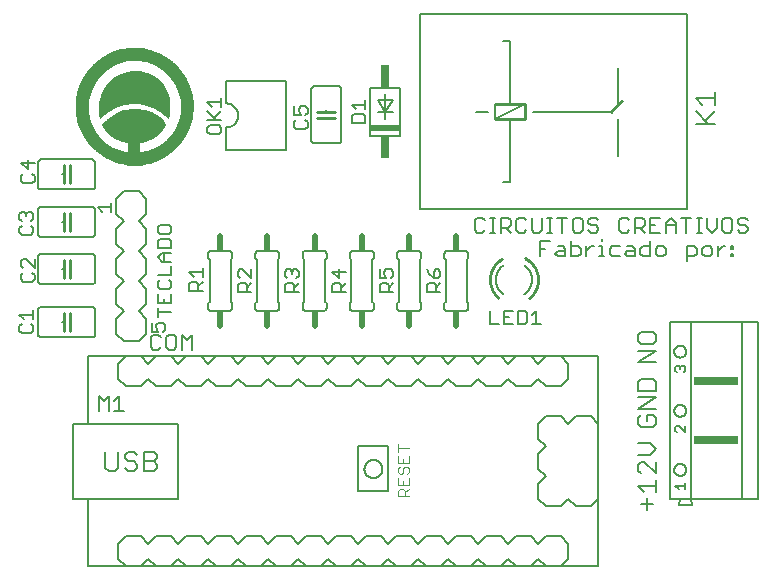
<source format=gbr>
G75*
%MOIN*%
%OFA0B0*%
%FSLAX25Y25*%
%IPPOS*%
%LPD*%
%AMOC8*
5,1,8,0,0,1.08239X$1,22.5*
%
%ADD10C,0.00700*%
%ADD11C,0.00600*%
%ADD12C,0.01000*%
%ADD13C,0.00500*%
%ADD14R,0.10000X0.02000*%
%ADD15R,0.03000X0.07500*%
%ADD16C,0.00300*%
%ADD17C,0.02000*%
%ADD18R,0.02000X0.01500*%
%ADD19C,0.00197*%
%ADD20R,0.15000X0.03000*%
D10*
X0239608Y0034446D02*
X0243544Y0034446D01*
X0241576Y0032478D02*
X0241576Y0036414D01*
X0240592Y0038555D02*
X0238624Y0040523D01*
X0244529Y0040523D01*
X0244529Y0038555D02*
X0244529Y0042491D01*
X0244529Y0044632D02*
X0240592Y0048569D01*
X0239608Y0048569D01*
X0238624Y0047584D01*
X0238624Y0045616D01*
X0239608Y0044632D01*
X0244529Y0044632D02*
X0244529Y0048569D01*
X0242560Y0050709D02*
X0244529Y0052677D01*
X0242560Y0054646D01*
X0238624Y0054646D01*
X0238624Y0050709D02*
X0242560Y0050709D01*
X0243544Y0060037D02*
X0239608Y0060037D01*
X0238624Y0061021D01*
X0238624Y0062989D01*
X0239608Y0063973D01*
X0241576Y0063973D02*
X0241576Y0062005D01*
X0241576Y0063973D02*
X0243544Y0063973D01*
X0244529Y0062989D01*
X0244529Y0061021D01*
X0243544Y0060037D01*
X0244529Y0066114D02*
X0238624Y0066114D01*
X0244529Y0070050D01*
X0238624Y0070050D01*
X0238624Y0072191D02*
X0238624Y0075144D01*
X0239608Y0076128D01*
X0243544Y0076128D01*
X0244529Y0075144D01*
X0244529Y0072191D01*
X0238624Y0072191D01*
X0238624Y0081690D02*
X0244529Y0085627D01*
X0238624Y0085627D01*
X0239608Y0087767D02*
X0243544Y0087767D01*
X0244529Y0088752D01*
X0244529Y0090720D01*
X0243544Y0091704D01*
X0239608Y0091704D01*
X0238624Y0090720D01*
X0238624Y0088752D01*
X0239608Y0087767D01*
X0238624Y0081690D02*
X0244529Y0081690D01*
X0257715Y0161181D02*
X0264021Y0161181D01*
X0261919Y0161181D02*
X0257715Y0165385D01*
X0259817Y0167627D02*
X0257715Y0169728D01*
X0264021Y0169728D01*
X0264021Y0167627D02*
X0264021Y0171830D01*
X0264021Y0165385D02*
X0260868Y0162232D01*
D11*
X0231883Y0162659D02*
X0231883Y0150359D01*
X0229383Y0165159D02*
X0203383Y0165159D01*
X0200883Y0167659D02*
X0190883Y0162659D01*
X0190883Y0167659D01*
X0188383Y0165159D02*
X0184383Y0165159D01*
X0195883Y0162659D02*
X0195883Y0141659D01*
X0193383Y0141659D01*
X0192749Y0129952D02*
X0195251Y0129952D01*
X0196085Y0129117D01*
X0196085Y0127449D01*
X0195251Y0126615D01*
X0192749Y0126615D01*
X0192749Y0124947D02*
X0192749Y0129952D01*
X0190979Y0129952D02*
X0189311Y0129952D01*
X0190145Y0129952D02*
X0190145Y0124947D01*
X0189311Y0124947D02*
X0190979Y0124947D01*
X0187491Y0125781D02*
X0186657Y0124947D01*
X0184989Y0124947D01*
X0184155Y0125781D01*
X0184155Y0129117D01*
X0184989Y0129952D01*
X0186657Y0129952D01*
X0187491Y0129117D01*
X0194417Y0126615D02*
X0196085Y0124947D01*
X0197905Y0125781D02*
X0198739Y0124947D01*
X0200408Y0124947D01*
X0201242Y0125781D01*
X0203062Y0125781D02*
X0203896Y0124947D01*
X0205564Y0124947D01*
X0206398Y0125781D01*
X0206398Y0129952D01*
X0208218Y0129952D02*
X0209886Y0129952D01*
X0209052Y0129952D02*
X0209052Y0124947D01*
X0208218Y0124947D02*
X0209886Y0124947D01*
X0209145Y0122077D02*
X0205809Y0122077D01*
X0205809Y0117073D01*
X0205809Y0119575D02*
X0207477Y0119575D01*
X0210965Y0117907D02*
X0211799Y0118741D01*
X0214301Y0118741D01*
X0214301Y0119575D02*
X0214301Y0117073D01*
X0211799Y0117073D01*
X0210965Y0117907D01*
X0211799Y0120409D02*
X0213467Y0120409D01*
X0214301Y0119575D01*
X0216121Y0120409D02*
X0218623Y0120409D01*
X0219458Y0119575D01*
X0219458Y0117907D01*
X0218623Y0117073D01*
X0216121Y0117073D01*
X0216121Y0122077D01*
X0217646Y0124947D02*
X0219314Y0124947D01*
X0220148Y0125781D01*
X0220148Y0129117D01*
X0219314Y0129952D01*
X0217646Y0129952D01*
X0216812Y0129117D01*
X0216812Y0125781D01*
X0217646Y0124947D01*
X0213324Y0124947D02*
X0213324Y0129952D01*
X0211656Y0129952D02*
X0214992Y0129952D01*
X0221969Y0129117D02*
X0221969Y0128283D01*
X0222803Y0127449D01*
X0224471Y0127449D01*
X0225305Y0126615D01*
X0225305Y0125781D01*
X0224471Y0124947D01*
X0222803Y0124947D01*
X0221969Y0125781D01*
X0221969Y0129117D02*
X0222803Y0129952D01*
X0224471Y0129952D01*
X0225305Y0129117D01*
X0232281Y0129117D02*
X0232281Y0125781D01*
X0233115Y0124947D01*
X0234783Y0124947D01*
X0235618Y0125781D01*
X0237438Y0124947D02*
X0237438Y0129952D01*
X0239940Y0129952D01*
X0240774Y0129117D01*
X0240774Y0127449D01*
X0239940Y0126615D01*
X0237438Y0126615D01*
X0239106Y0126615D02*
X0240774Y0124947D01*
X0242594Y0124947D02*
X0245930Y0124947D01*
X0247751Y0124947D02*
X0247751Y0128283D01*
X0249419Y0129952D01*
X0251087Y0128283D01*
X0251087Y0124947D01*
X0251087Y0127449D02*
X0247751Y0127449D01*
X0244262Y0127449D02*
X0242594Y0127449D01*
X0242594Y0124947D02*
X0242594Y0129952D01*
X0245930Y0129952D01*
X0252907Y0129952D02*
X0256243Y0129952D01*
X0254575Y0129952D02*
X0254575Y0124947D01*
X0258063Y0124947D02*
X0259731Y0124947D01*
X0258897Y0124947D02*
X0258897Y0129952D01*
X0258063Y0129952D02*
X0259731Y0129952D01*
X0261501Y0129952D02*
X0261501Y0126615D01*
X0263169Y0124947D01*
X0264837Y0126615D01*
X0264837Y0129952D01*
X0266657Y0129117D02*
X0267491Y0129952D01*
X0269159Y0129952D01*
X0269994Y0129117D01*
X0269994Y0125781D01*
X0269159Y0124947D01*
X0267491Y0124947D01*
X0266657Y0125781D01*
X0266657Y0129117D01*
X0271814Y0129117D02*
X0271814Y0128283D01*
X0272648Y0127449D01*
X0274316Y0127449D01*
X0275150Y0126615D01*
X0275150Y0125781D01*
X0274316Y0124947D01*
X0272648Y0124947D01*
X0271814Y0125781D01*
X0271814Y0129117D02*
X0272648Y0129952D01*
X0274316Y0129952D01*
X0275150Y0129117D01*
X0270238Y0120409D02*
X0270238Y0119575D01*
X0269404Y0119575D01*
X0269404Y0120409D01*
X0270238Y0120409D01*
X0270238Y0117907D02*
X0270238Y0117073D01*
X0269404Y0117073D01*
X0269404Y0117907D01*
X0270238Y0117907D01*
X0267609Y0120409D02*
X0266775Y0120409D01*
X0265107Y0118741D01*
X0265107Y0117073D02*
X0265107Y0120409D01*
X0263287Y0119575D02*
X0263287Y0117907D01*
X0262453Y0117073D01*
X0260785Y0117073D01*
X0259951Y0117907D01*
X0259951Y0119575D01*
X0260785Y0120409D01*
X0262453Y0120409D01*
X0263287Y0119575D01*
X0258130Y0119575D02*
X0258130Y0117907D01*
X0257296Y0117073D01*
X0254794Y0117073D01*
X0254794Y0115405D02*
X0254794Y0120409D01*
X0257296Y0120409D01*
X0258130Y0119575D01*
X0247818Y0119575D02*
X0247818Y0117907D01*
X0246984Y0117073D01*
X0245316Y0117073D01*
X0244482Y0117907D01*
X0244482Y0119575D01*
X0245316Y0120409D01*
X0246984Y0120409D01*
X0247818Y0119575D01*
X0242661Y0120409D02*
X0240159Y0120409D01*
X0239325Y0119575D01*
X0239325Y0117907D01*
X0240159Y0117073D01*
X0242661Y0117073D01*
X0242661Y0122077D01*
X0237505Y0119575D02*
X0237505Y0117073D01*
X0235003Y0117073D01*
X0234169Y0117907D01*
X0235003Y0118741D01*
X0237505Y0118741D01*
X0237505Y0119575D02*
X0236671Y0120409D01*
X0235003Y0120409D01*
X0232348Y0120409D02*
X0229846Y0120409D01*
X0229012Y0119575D01*
X0229012Y0117907D01*
X0229846Y0117073D01*
X0232348Y0117073D01*
X0227243Y0117073D02*
X0225575Y0117073D01*
X0226409Y0117073D02*
X0226409Y0120409D01*
X0225575Y0120409D01*
X0223780Y0120409D02*
X0222946Y0120409D01*
X0221278Y0118741D01*
X0221278Y0117073D02*
X0221278Y0120409D01*
X0226409Y0122077D02*
X0226409Y0122912D01*
X0232281Y0129117D02*
X0233115Y0129952D01*
X0234783Y0129952D01*
X0235618Y0129117D01*
X0254883Y0132659D02*
X0165883Y0132659D01*
X0165883Y0197659D01*
X0254883Y0197659D01*
X0254883Y0132659D01*
X0231883Y0167659D02*
X0231883Y0179859D01*
X0195883Y0188659D02*
X0195883Y0167659D01*
X0195883Y0188659D02*
X0193383Y0188659D01*
X0159327Y0173277D02*
X0149327Y0173277D01*
X0149327Y0157277D01*
X0159327Y0157277D01*
X0159327Y0173277D01*
X0154327Y0171277D02*
X0154327Y0165277D01*
X0156827Y0165277D01*
X0154327Y0165277D02*
X0151827Y0165277D01*
X0154327Y0165277D02*
X0154327Y0162777D01*
X0154327Y0165277D02*
X0151827Y0169277D01*
X0156827Y0169277D01*
X0154327Y0165277D01*
X0139642Y0172754D02*
X0139642Y0155754D01*
X0139640Y0155694D01*
X0139635Y0155633D01*
X0139626Y0155574D01*
X0139613Y0155515D01*
X0139597Y0155456D01*
X0139577Y0155399D01*
X0139554Y0155344D01*
X0139527Y0155289D01*
X0139498Y0155237D01*
X0139465Y0155186D01*
X0139429Y0155137D01*
X0139391Y0155091D01*
X0139349Y0155047D01*
X0139305Y0155005D01*
X0139259Y0154967D01*
X0139210Y0154931D01*
X0139159Y0154898D01*
X0139107Y0154869D01*
X0139052Y0154842D01*
X0138997Y0154819D01*
X0138940Y0154799D01*
X0138881Y0154783D01*
X0138822Y0154770D01*
X0138763Y0154761D01*
X0138702Y0154756D01*
X0138642Y0154754D01*
X0130642Y0154754D01*
X0130582Y0154756D01*
X0130521Y0154761D01*
X0130462Y0154770D01*
X0130403Y0154783D01*
X0130344Y0154799D01*
X0130287Y0154819D01*
X0130232Y0154842D01*
X0130177Y0154869D01*
X0130125Y0154898D01*
X0130074Y0154931D01*
X0130025Y0154967D01*
X0129979Y0155005D01*
X0129935Y0155047D01*
X0129893Y0155091D01*
X0129855Y0155137D01*
X0129819Y0155186D01*
X0129786Y0155237D01*
X0129757Y0155289D01*
X0129730Y0155344D01*
X0129707Y0155399D01*
X0129687Y0155456D01*
X0129671Y0155515D01*
X0129658Y0155574D01*
X0129649Y0155633D01*
X0129644Y0155694D01*
X0129642Y0155754D01*
X0129642Y0172754D01*
X0129644Y0172814D01*
X0129649Y0172875D01*
X0129658Y0172934D01*
X0129671Y0172993D01*
X0129687Y0173052D01*
X0129707Y0173109D01*
X0129730Y0173164D01*
X0129757Y0173219D01*
X0129786Y0173271D01*
X0129819Y0173322D01*
X0129855Y0173371D01*
X0129893Y0173417D01*
X0129935Y0173461D01*
X0129979Y0173503D01*
X0130025Y0173541D01*
X0130074Y0173577D01*
X0130125Y0173610D01*
X0130177Y0173639D01*
X0130232Y0173666D01*
X0130287Y0173689D01*
X0130344Y0173709D01*
X0130403Y0173725D01*
X0130462Y0173738D01*
X0130521Y0173747D01*
X0130582Y0173752D01*
X0130642Y0173754D01*
X0138642Y0173754D01*
X0138702Y0173752D01*
X0138763Y0173747D01*
X0138822Y0173738D01*
X0138881Y0173725D01*
X0138940Y0173709D01*
X0138997Y0173689D01*
X0139052Y0173666D01*
X0139107Y0173639D01*
X0139159Y0173610D01*
X0139210Y0173577D01*
X0139259Y0173541D01*
X0139305Y0173503D01*
X0139349Y0173461D01*
X0139391Y0173417D01*
X0139429Y0173371D01*
X0139465Y0173322D01*
X0139498Y0173271D01*
X0139527Y0173219D01*
X0139554Y0173164D01*
X0139577Y0173109D01*
X0139597Y0173052D01*
X0139613Y0172993D01*
X0139626Y0172934D01*
X0139635Y0172875D01*
X0139640Y0172814D01*
X0139642Y0172754D01*
X0134642Y0165754D02*
X0134642Y0165254D01*
X0134642Y0163254D02*
X0134642Y0162754D01*
X0121217Y0152517D02*
X0121217Y0175517D01*
X0101217Y0175517D01*
X0101217Y0168017D01*
X0101343Y0168015D01*
X0101468Y0168009D01*
X0101593Y0167999D01*
X0101718Y0167985D01*
X0101843Y0167968D01*
X0101967Y0167946D01*
X0102090Y0167921D01*
X0102212Y0167891D01*
X0102333Y0167858D01*
X0102453Y0167821D01*
X0102572Y0167781D01*
X0102689Y0167736D01*
X0102806Y0167688D01*
X0102920Y0167636D01*
X0103033Y0167581D01*
X0103144Y0167522D01*
X0103253Y0167460D01*
X0103360Y0167394D01*
X0103465Y0167325D01*
X0103568Y0167253D01*
X0103669Y0167178D01*
X0103767Y0167099D01*
X0103862Y0167017D01*
X0103955Y0166933D01*
X0104045Y0166845D01*
X0104133Y0166755D01*
X0104217Y0166662D01*
X0104299Y0166567D01*
X0104378Y0166469D01*
X0104453Y0166368D01*
X0104525Y0166265D01*
X0104594Y0166160D01*
X0104660Y0166053D01*
X0104722Y0165944D01*
X0104781Y0165833D01*
X0104836Y0165720D01*
X0104888Y0165606D01*
X0104936Y0165489D01*
X0104981Y0165372D01*
X0105021Y0165253D01*
X0105058Y0165133D01*
X0105091Y0165012D01*
X0105121Y0164890D01*
X0105146Y0164767D01*
X0105168Y0164643D01*
X0105185Y0164518D01*
X0105199Y0164393D01*
X0105209Y0164268D01*
X0105215Y0164143D01*
X0105217Y0164017D01*
X0105215Y0163891D01*
X0105209Y0163766D01*
X0105199Y0163641D01*
X0105185Y0163516D01*
X0105168Y0163391D01*
X0105146Y0163267D01*
X0105121Y0163144D01*
X0105091Y0163022D01*
X0105058Y0162901D01*
X0105021Y0162781D01*
X0104981Y0162662D01*
X0104936Y0162545D01*
X0104888Y0162428D01*
X0104836Y0162314D01*
X0104781Y0162201D01*
X0104722Y0162090D01*
X0104660Y0161981D01*
X0104594Y0161874D01*
X0104525Y0161769D01*
X0104453Y0161666D01*
X0104378Y0161565D01*
X0104299Y0161467D01*
X0104217Y0161372D01*
X0104133Y0161279D01*
X0104045Y0161189D01*
X0103955Y0161101D01*
X0103862Y0161017D01*
X0103767Y0160935D01*
X0103669Y0160856D01*
X0103568Y0160781D01*
X0103465Y0160709D01*
X0103360Y0160640D01*
X0103253Y0160574D01*
X0103144Y0160512D01*
X0103033Y0160453D01*
X0102920Y0160398D01*
X0102806Y0160346D01*
X0102689Y0160298D01*
X0102572Y0160253D01*
X0102453Y0160213D01*
X0102333Y0160176D01*
X0102212Y0160143D01*
X0102090Y0160113D01*
X0101967Y0160088D01*
X0101843Y0160066D01*
X0101718Y0160049D01*
X0101593Y0160035D01*
X0101468Y0160025D01*
X0101343Y0160019D01*
X0101217Y0160017D01*
X0101217Y0152517D01*
X0121217Y0152517D01*
X0117957Y0118899D02*
X0111957Y0118899D01*
X0111897Y0118897D01*
X0111836Y0118892D01*
X0111777Y0118883D01*
X0111718Y0118870D01*
X0111659Y0118854D01*
X0111602Y0118834D01*
X0111547Y0118811D01*
X0111492Y0118784D01*
X0111440Y0118755D01*
X0111389Y0118722D01*
X0111340Y0118686D01*
X0111294Y0118648D01*
X0111250Y0118606D01*
X0111208Y0118562D01*
X0111170Y0118516D01*
X0111134Y0118467D01*
X0111101Y0118416D01*
X0111072Y0118364D01*
X0111045Y0118309D01*
X0111022Y0118254D01*
X0111002Y0118197D01*
X0110986Y0118138D01*
X0110973Y0118079D01*
X0110964Y0118020D01*
X0110959Y0117959D01*
X0110957Y0117899D01*
X0110957Y0116399D01*
X0111457Y0115899D01*
X0111457Y0101899D01*
X0110957Y0101399D01*
X0110957Y0099899D01*
X0110959Y0099839D01*
X0110964Y0099778D01*
X0110973Y0099719D01*
X0110986Y0099660D01*
X0111002Y0099601D01*
X0111022Y0099544D01*
X0111045Y0099489D01*
X0111072Y0099434D01*
X0111101Y0099382D01*
X0111134Y0099331D01*
X0111170Y0099282D01*
X0111208Y0099236D01*
X0111250Y0099192D01*
X0111294Y0099150D01*
X0111340Y0099112D01*
X0111389Y0099076D01*
X0111440Y0099043D01*
X0111492Y0099014D01*
X0111547Y0098987D01*
X0111602Y0098964D01*
X0111659Y0098944D01*
X0111718Y0098928D01*
X0111777Y0098915D01*
X0111836Y0098906D01*
X0111897Y0098901D01*
X0111957Y0098899D01*
X0117957Y0098899D01*
X0118017Y0098901D01*
X0118078Y0098906D01*
X0118137Y0098915D01*
X0118196Y0098928D01*
X0118255Y0098944D01*
X0118312Y0098964D01*
X0118367Y0098987D01*
X0118422Y0099014D01*
X0118474Y0099043D01*
X0118525Y0099076D01*
X0118574Y0099112D01*
X0118620Y0099150D01*
X0118664Y0099192D01*
X0118706Y0099236D01*
X0118744Y0099282D01*
X0118780Y0099331D01*
X0118813Y0099382D01*
X0118842Y0099434D01*
X0118869Y0099489D01*
X0118892Y0099544D01*
X0118912Y0099601D01*
X0118928Y0099660D01*
X0118941Y0099719D01*
X0118950Y0099778D01*
X0118955Y0099839D01*
X0118957Y0099899D01*
X0118957Y0101399D01*
X0118457Y0101899D01*
X0118457Y0115899D01*
X0118957Y0116399D01*
X0118957Y0117899D01*
X0118955Y0117959D01*
X0118950Y0118020D01*
X0118941Y0118079D01*
X0118928Y0118138D01*
X0118912Y0118197D01*
X0118892Y0118254D01*
X0118869Y0118309D01*
X0118842Y0118364D01*
X0118813Y0118416D01*
X0118780Y0118467D01*
X0118744Y0118516D01*
X0118706Y0118562D01*
X0118664Y0118606D01*
X0118620Y0118648D01*
X0118574Y0118686D01*
X0118525Y0118722D01*
X0118474Y0118755D01*
X0118422Y0118784D01*
X0118367Y0118811D01*
X0118312Y0118834D01*
X0118255Y0118854D01*
X0118196Y0118870D01*
X0118137Y0118883D01*
X0118078Y0118892D01*
X0118017Y0118897D01*
X0117957Y0118899D01*
X0126705Y0117899D02*
X0126705Y0116399D01*
X0127205Y0115899D01*
X0127205Y0101899D01*
X0126705Y0101399D01*
X0126705Y0099899D01*
X0126707Y0099839D01*
X0126712Y0099778D01*
X0126721Y0099719D01*
X0126734Y0099660D01*
X0126750Y0099601D01*
X0126770Y0099544D01*
X0126793Y0099489D01*
X0126820Y0099434D01*
X0126849Y0099382D01*
X0126882Y0099331D01*
X0126918Y0099282D01*
X0126956Y0099236D01*
X0126998Y0099192D01*
X0127042Y0099150D01*
X0127088Y0099112D01*
X0127137Y0099076D01*
X0127188Y0099043D01*
X0127240Y0099014D01*
X0127295Y0098987D01*
X0127350Y0098964D01*
X0127407Y0098944D01*
X0127466Y0098928D01*
X0127525Y0098915D01*
X0127584Y0098906D01*
X0127645Y0098901D01*
X0127705Y0098899D01*
X0133705Y0098899D01*
X0133765Y0098901D01*
X0133826Y0098906D01*
X0133885Y0098915D01*
X0133944Y0098928D01*
X0134003Y0098944D01*
X0134060Y0098964D01*
X0134115Y0098987D01*
X0134170Y0099014D01*
X0134222Y0099043D01*
X0134273Y0099076D01*
X0134322Y0099112D01*
X0134368Y0099150D01*
X0134412Y0099192D01*
X0134454Y0099236D01*
X0134492Y0099282D01*
X0134528Y0099331D01*
X0134561Y0099382D01*
X0134590Y0099434D01*
X0134617Y0099489D01*
X0134640Y0099544D01*
X0134660Y0099601D01*
X0134676Y0099660D01*
X0134689Y0099719D01*
X0134698Y0099778D01*
X0134703Y0099839D01*
X0134705Y0099899D01*
X0134705Y0101399D01*
X0134205Y0101899D01*
X0134205Y0115899D01*
X0134705Y0116399D01*
X0134705Y0117899D01*
X0134703Y0117959D01*
X0134698Y0118020D01*
X0134689Y0118079D01*
X0134676Y0118138D01*
X0134660Y0118197D01*
X0134640Y0118254D01*
X0134617Y0118309D01*
X0134590Y0118364D01*
X0134561Y0118416D01*
X0134528Y0118467D01*
X0134492Y0118516D01*
X0134454Y0118562D01*
X0134412Y0118606D01*
X0134368Y0118648D01*
X0134322Y0118686D01*
X0134273Y0118722D01*
X0134222Y0118755D01*
X0134170Y0118784D01*
X0134115Y0118811D01*
X0134060Y0118834D01*
X0134003Y0118854D01*
X0133944Y0118870D01*
X0133885Y0118883D01*
X0133826Y0118892D01*
X0133765Y0118897D01*
X0133705Y0118899D01*
X0127705Y0118899D01*
X0127645Y0118897D01*
X0127584Y0118892D01*
X0127525Y0118883D01*
X0127466Y0118870D01*
X0127407Y0118854D01*
X0127350Y0118834D01*
X0127295Y0118811D01*
X0127240Y0118784D01*
X0127188Y0118755D01*
X0127137Y0118722D01*
X0127088Y0118686D01*
X0127042Y0118648D01*
X0126998Y0118606D01*
X0126956Y0118562D01*
X0126918Y0118516D01*
X0126882Y0118467D01*
X0126849Y0118416D01*
X0126820Y0118364D01*
X0126793Y0118309D01*
X0126770Y0118254D01*
X0126750Y0118197D01*
X0126734Y0118138D01*
X0126721Y0118079D01*
X0126712Y0118020D01*
X0126707Y0117959D01*
X0126705Y0117899D01*
X0142453Y0117899D02*
X0142453Y0116399D01*
X0142953Y0115899D01*
X0142953Y0101899D01*
X0142453Y0101399D01*
X0142453Y0099899D01*
X0142455Y0099839D01*
X0142460Y0099778D01*
X0142469Y0099719D01*
X0142482Y0099660D01*
X0142498Y0099601D01*
X0142518Y0099544D01*
X0142541Y0099489D01*
X0142568Y0099434D01*
X0142597Y0099382D01*
X0142630Y0099331D01*
X0142666Y0099282D01*
X0142704Y0099236D01*
X0142746Y0099192D01*
X0142790Y0099150D01*
X0142836Y0099112D01*
X0142885Y0099076D01*
X0142936Y0099043D01*
X0142988Y0099014D01*
X0143043Y0098987D01*
X0143098Y0098964D01*
X0143155Y0098944D01*
X0143214Y0098928D01*
X0143273Y0098915D01*
X0143332Y0098906D01*
X0143393Y0098901D01*
X0143453Y0098899D01*
X0149453Y0098899D01*
X0149513Y0098901D01*
X0149574Y0098906D01*
X0149633Y0098915D01*
X0149692Y0098928D01*
X0149751Y0098944D01*
X0149808Y0098964D01*
X0149863Y0098987D01*
X0149918Y0099014D01*
X0149970Y0099043D01*
X0150021Y0099076D01*
X0150070Y0099112D01*
X0150116Y0099150D01*
X0150160Y0099192D01*
X0150202Y0099236D01*
X0150240Y0099282D01*
X0150276Y0099331D01*
X0150309Y0099382D01*
X0150338Y0099434D01*
X0150365Y0099489D01*
X0150388Y0099544D01*
X0150408Y0099601D01*
X0150424Y0099660D01*
X0150437Y0099719D01*
X0150446Y0099778D01*
X0150451Y0099839D01*
X0150453Y0099899D01*
X0150453Y0101399D01*
X0149953Y0101899D01*
X0149953Y0115899D01*
X0150453Y0116399D01*
X0150453Y0117899D01*
X0150451Y0117959D01*
X0150446Y0118020D01*
X0150437Y0118079D01*
X0150424Y0118138D01*
X0150408Y0118197D01*
X0150388Y0118254D01*
X0150365Y0118309D01*
X0150338Y0118364D01*
X0150309Y0118416D01*
X0150276Y0118467D01*
X0150240Y0118516D01*
X0150202Y0118562D01*
X0150160Y0118606D01*
X0150116Y0118648D01*
X0150070Y0118686D01*
X0150021Y0118722D01*
X0149970Y0118755D01*
X0149918Y0118784D01*
X0149863Y0118811D01*
X0149808Y0118834D01*
X0149751Y0118854D01*
X0149692Y0118870D01*
X0149633Y0118883D01*
X0149574Y0118892D01*
X0149513Y0118897D01*
X0149453Y0118899D01*
X0143453Y0118899D01*
X0143393Y0118897D01*
X0143332Y0118892D01*
X0143273Y0118883D01*
X0143214Y0118870D01*
X0143155Y0118854D01*
X0143098Y0118834D01*
X0143043Y0118811D01*
X0142988Y0118784D01*
X0142936Y0118755D01*
X0142885Y0118722D01*
X0142836Y0118686D01*
X0142790Y0118648D01*
X0142746Y0118606D01*
X0142704Y0118562D01*
X0142666Y0118516D01*
X0142630Y0118467D01*
X0142597Y0118416D01*
X0142568Y0118364D01*
X0142541Y0118309D01*
X0142518Y0118254D01*
X0142498Y0118197D01*
X0142482Y0118138D01*
X0142469Y0118079D01*
X0142460Y0118020D01*
X0142455Y0117959D01*
X0142453Y0117899D01*
X0158201Y0117899D02*
X0158201Y0116399D01*
X0158701Y0115899D01*
X0158701Y0101899D01*
X0158201Y0101399D01*
X0158201Y0099899D01*
X0158203Y0099839D01*
X0158208Y0099778D01*
X0158217Y0099719D01*
X0158230Y0099660D01*
X0158246Y0099601D01*
X0158266Y0099544D01*
X0158289Y0099489D01*
X0158316Y0099434D01*
X0158345Y0099382D01*
X0158378Y0099331D01*
X0158414Y0099282D01*
X0158452Y0099236D01*
X0158494Y0099192D01*
X0158538Y0099150D01*
X0158584Y0099112D01*
X0158633Y0099076D01*
X0158684Y0099043D01*
X0158736Y0099014D01*
X0158791Y0098987D01*
X0158846Y0098964D01*
X0158903Y0098944D01*
X0158962Y0098928D01*
X0159021Y0098915D01*
X0159080Y0098906D01*
X0159141Y0098901D01*
X0159201Y0098899D01*
X0165201Y0098899D01*
X0165261Y0098901D01*
X0165322Y0098906D01*
X0165381Y0098915D01*
X0165440Y0098928D01*
X0165499Y0098944D01*
X0165556Y0098964D01*
X0165611Y0098987D01*
X0165666Y0099014D01*
X0165718Y0099043D01*
X0165769Y0099076D01*
X0165818Y0099112D01*
X0165864Y0099150D01*
X0165908Y0099192D01*
X0165950Y0099236D01*
X0165988Y0099282D01*
X0166024Y0099331D01*
X0166057Y0099382D01*
X0166086Y0099434D01*
X0166113Y0099489D01*
X0166136Y0099544D01*
X0166156Y0099601D01*
X0166172Y0099660D01*
X0166185Y0099719D01*
X0166194Y0099778D01*
X0166199Y0099839D01*
X0166201Y0099899D01*
X0166201Y0101399D01*
X0165701Y0101899D01*
X0165701Y0115899D01*
X0166201Y0116399D01*
X0166201Y0117899D01*
X0166199Y0117959D01*
X0166194Y0118020D01*
X0166185Y0118079D01*
X0166172Y0118138D01*
X0166156Y0118197D01*
X0166136Y0118254D01*
X0166113Y0118309D01*
X0166086Y0118364D01*
X0166057Y0118416D01*
X0166024Y0118467D01*
X0165988Y0118516D01*
X0165950Y0118562D01*
X0165908Y0118606D01*
X0165864Y0118648D01*
X0165818Y0118686D01*
X0165769Y0118722D01*
X0165718Y0118755D01*
X0165666Y0118784D01*
X0165611Y0118811D01*
X0165556Y0118834D01*
X0165499Y0118854D01*
X0165440Y0118870D01*
X0165381Y0118883D01*
X0165322Y0118892D01*
X0165261Y0118897D01*
X0165201Y0118899D01*
X0159201Y0118899D01*
X0159141Y0118897D01*
X0159080Y0118892D01*
X0159021Y0118883D01*
X0158962Y0118870D01*
X0158903Y0118854D01*
X0158846Y0118834D01*
X0158791Y0118811D01*
X0158736Y0118784D01*
X0158684Y0118755D01*
X0158633Y0118722D01*
X0158584Y0118686D01*
X0158538Y0118648D01*
X0158494Y0118606D01*
X0158452Y0118562D01*
X0158414Y0118516D01*
X0158378Y0118467D01*
X0158345Y0118416D01*
X0158316Y0118364D01*
X0158289Y0118309D01*
X0158266Y0118254D01*
X0158246Y0118197D01*
X0158230Y0118138D01*
X0158217Y0118079D01*
X0158208Y0118020D01*
X0158203Y0117959D01*
X0158201Y0117899D01*
X0173949Y0117899D02*
X0173949Y0116399D01*
X0174449Y0115899D01*
X0174449Y0101899D01*
X0173949Y0101399D01*
X0173949Y0099899D01*
X0173951Y0099839D01*
X0173956Y0099778D01*
X0173965Y0099719D01*
X0173978Y0099660D01*
X0173994Y0099601D01*
X0174014Y0099544D01*
X0174037Y0099489D01*
X0174064Y0099434D01*
X0174093Y0099382D01*
X0174126Y0099331D01*
X0174162Y0099282D01*
X0174200Y0099236D01*
X0174242Y0099192D01*
X0174286Y0099150D01*
X0174332Y0099112D01*
X0174381Y0099076D01*
X0174432Y0099043D01*
X0174484Y0099014D01*
X0174539Y0098987D01*
X0174594Y0098964D01*
X0174651Y0098944D01*
X0174710Y0098928D01*
X0174769Y0098915D01*
X0174828Y0098906D01*
X0174889Y0098901D01*
X0174949Y0098899D01*
X0180949Y0098899D01*
X0181009Y0098901D01*
X0181070Y0098906D01*
X0181129Y0098915D01*
X0181188Y0098928D01*
X0181247Y0098944D01*
X0181304Y0098964D01*
X0181359Y0098987D01*
X0181414Y0099014D01*
X0181466Y0099043D01*
X0181517Y0099076D01*
X0181566Y0099112D01*
X0181612Y0099150D01*
X0181656Y0099192D01*
X0181698Y0099236D01*
X0181736Y0099282D01*
X0181772Y0099331D01*
X0181805Y0099382D01*
X0181834Y0099434D01*
X0181861Y0099489D01*
X0181884Y0099544D01*
X0181904Y0099601D01*
X0181920Y0099660D01*
X0181933Y0099719D01*
X0181942Y0099778D01*
X0181947Y0099839D01*
X0181949Y0099899D01*
X0181949Y0101399D01*
X0181449Y0101899D01*
X0181449Y0115899D01*
X0181949Y0116399D01*
X0181949Y0117899D01*
X0181947Y0117959D01*
X0181942Y0118020D01*
X0181933Y0118079D01*
X0181920Y0118138D01*
X0181904Y0118197D01*
X0181884Y0118254D01*
X0181861Y0118309D01*
X0181834Y0118364D01*
X0181805Y0118416D01*
X0181772Y0118467D01*
X0181736Y0118516D01*
X0181698Y0118562D01*
X0181656Y0118606D01*
X0181612Y0118648D01*
X0181566Y0118686D01*
X0181517Y0118722D01*
X0181466Y0118755D01*
X0181414Y0118784D01*
X0181359Y0118811D01*
X0181304Y0118834D01*
X0181247Y0118854D01*
X0181188Y0118870D01*
X0181129Y0118883D01*
X0181070Y0118892D01*
X0181009Y0118897D01*
X0180949Y0118899D01*
X0174949Y0118899D01*
X0174889Y0118897D01*
X0174828Y0118892D01*
X0174769Y0118883D01*
X0174710Y0118870D01*
X0174651Y0118854D01*
X0174594Y0118834D01*
X0174539Y0118811D01*
X0174484Y0118784D01*
X0174432Y0118755D01*
X0174381Y0118722D01*
X0174332Y0118686D01*
X0174286Y0118648D01*
X0174242Y0118606D01*
X0174200Y0118562D01*
X0174162Y0118516D01*
X0174126Y0118467D01*
X0174093Y0118416D01*
X0174064Y0118364D01*
X0174037Y0118309D01*
X0174014Y0118254D01*
X0173994Y0118197D01*
X0173978Y0118138D01*
X0173965Y0118079D01*
X0173956Y0118020D01*
X0173951Y0117959D01*
X0173949Y0117899D01*
X0200649Y0104411D02*
X0200774Y0104502D01*
X0200896Y0104596D01*
X0201015Y0104694D01*
X0201132Y0104794D01*
X0201246Y0104898D01*
X0201358Y0105004D01*
X0201466Y0105113D01*
X0201572Y0105225D01*
X0201675Y0105340D01*
X0201775Y0105457D01*
X0201873Y0105577D01*
X0201966Y0105699D01*
X0202057Y0105823D01*
X0202145Y0105950D01*
X0202229Y0106079D01*
X0202310Y0106211D01*
X0202387Y0106344D01*
X0202461Y0106479D01*
X0202532Y0106616D01*
X0202599Y0106755D01*
X0202662Y0106895D01*
X0202722Y0107038D01*
X0202778Y0107181D01*
X0202830Y0107326D01*
X0202879Y0107472D01*
X0202924Y0107620D01*
X0202965Y0107768D01*
X0203002Y0107918D01*
X0203036Y0108068D01*
X0203065Y0108220D01*
X0203091Y0108372D01*
X0203113Y0108524D01*
X0203130Y0108677D01*
X0203144Y0108831D01*
X0203154Y0108985D01*
X0203160Y0109139D01*
X0203162Y0109293D01*
X0193479Y0114029D02*
X0193360Y0113935D01*
X0193244Y0113837D01*
X0193130Y0113737D01*
X0193019Y0113633D01*
X0192911Y0113527D01*
X0192805Y0113419D01*
X0192703Y0113307D01*
X0192603Y0113193D01*
X0192505Y0113077D01*
X0192411Y0112958D01*
X0192320Y0112837D01*
X0192232Y0112713D01*
X0192147Y0112587D01*
X0192066Y0112460D01*
X0191987Y0112330D01*
X0191912Y0112198D01*
X0191841Y0112065D01*
X0191772Y0111929D01*
X0191707Y0111792D01*
X0191646Y0111654D01*
X0191588Y0111513D01*
X0191534Y0111372D01*
X0191483Y0111229D01*
X0191436Y0111085D01*
X0191392Y0110940D01*
X0191353Y0110793D01*
X0191317Y0110646D01*
X0191284Y0110498D01*
X0191256Y0110349D01*
X0191231Y0110199D01*
X0191210Y0110049D01*
X0191193Y0109899D01*
X0191179Y0109747D01*
X0191170Y0109596D01*
X0191164Y0109445D01*
X0191162Y0109293D01*
X0200762Y0114093D02*
X0200881Y0114001D01*
X0200998Y0113907D01*
X0201112Y0113809D01*
X0201224Y0113709D01*
X0201334Y0113605D01*
X0201440Y0113500D01*
X0201545Y0113391D01*
X0201646Y0113280D01*
X0201744Y0113166D01*
X0201840Y0113050D01*
X0201933Y0112932D01*
X0202022Y0112811D01*
X0202109Y0112688D01*
X0202192Y0112563D01*
X0202273Y0112436D01*
X0202350Y0112307D01*
X0202424Y0112176D01*
X0202495Y0112043D01*
X0202562Y0111909D01*
X0202626Y0111773D01*
X0202686Y0111635D01*
X0202743Y0111496D01*
X0202796Y0111355D01*
X0202846Y0111213D01*
X0202893Y0111070D01*
X0202935Y0110926D01*
X0202975Y0110781D01*
X0203010Y0110635D01*
X0203042Y0110488D01*
X0203070Y0110340D01*
X0203094Y0110192D01*
X0203115Y0110043D01*
X0203132Y0109893D01*
X0203145Y0109744D01*
X0203154Y0109594D01*
X0203160Y0109443D01*
X0203162Y0109293D01*
X0193479Y0104557D02*
X0193360Y0104651D01*
X0193244Y0104749D01*
X0193130Y0104849D01*
X0193019Y0104953D01*
X0192911Y0105059D01*
X0192805Y0105167D01*
X0192703Y0105279D01*
X0192603Y0105393D01*
X0192505Y0105509D01*
X0192411Y0105628D01*
X0192320Y0105749D01*
X0192232Y0105873D01*
X0192147Y0105999D01*
X0192066Y0106126D01*
X0191987Y0106256D01*
X0191912Y0106388D01*
X0191841Y0106521D01*
X0191772Y0106657D01*
X0191707Y0106794D01*
X0191646Y0106932D01*
X0191588Y0107073D01*
X0191534Y0107214D01*
X0191483Y0107357D01*
X0191436Y0107501D01*
X0191392Y0107646D01*
X0191353Y0107793D01*
X0191317Y0107940D01*
X0191284Y0108088D01*
X0191256Y0108237D01*
X0191231Y0108387D01*
X0191210Y0108537D01*
X0191193Y0108687D01*
X0191179Y0108839D01*
X0191170Y0108990D01*
X0191164Y0109141D01*
X0191162Y0109293D01*
X0197905Y0125781D02*
X0197905Y0129117D01*
X0198739Y0129952D01*
X0200408Y0129952D01*
X0201242Y0129117D01*
X0203062Y0129952D02*
X0203062Y0125781D01*
X0249064Y0095192D02*
X0256064Y0095192D01*
X0273064Y0095192D01*
X0278564Y0095192D01*
X0278564Y0035992D01*
X0273064Y0035992D01*
X0256064Y0035992D01*
X0256064Y0095192D01*
X0249064Y0095192D02*
X0249064Y0035992D01*
X0252564Y0035992D01*
X0256064Y0035992D01*
X0256564Y0033992D01*
X0252064Y0033992D01*
X0252564Y0035992D01*
X0250564Y0045892D02*
X0250566Y0045981D01*
X0250572Y0046070D01*
X0250582Y0046159D01*
X0250596Y0046247D01*
X0250613Y0046334D01*
X0250635Y0046420D01*
X0250661Y0046506D01*
X0250690Y0046590D01*
X0250723Y0046673D01*
X0250759Y0046754D01*
X0250800Y0046834D01*
X0250843Y0046911D01*
X0250890Y0046987D01*
X0250941Y0047060D01*
X0250994Y0047131D01*
X0251051Y0047200D01*
X0251111Y0047266D01*
X0251174Y0047330D01*
X0251239Y0047390D01*
X0251307Y0047448D01*
X0251378Y0047502D01*
X0251451Y0047553D01*
X0251526Y0047601D01*
X0251603Y0047646D01*
X0251682Y0047687D01*
X0251763Y0047724D01*
X0251845Y0047758D01*
X0251929Y0047789D01*
X0252014Y0047815D01*
X0252100Y0047838D01*
X0252187Y0047856D01*
X0252275Y0047871D01*
X0252364Y0047882D01*
X0252453Y0047889D01*
X0252542Y0047892D01*
X0252631Y0047891D01*
X0252720Y0047886D01*
X0252808Y0047877D01*
X0252897Y0047864D01*
X0252984Y0047847D01*
X0253071Y0047827D01*
X0253157Y0047802D01*
X0253241Y0047774D01*
X0253324Y0047742D01*
X0253406Y0047706D01*
X0253486Y0047667D01*
X0253564Y0047624D01*
X0253640Y0047578D01*
X0253714Y0047528D01*
X0253786Y0047475D01*
X0253855Y0047419D01*
X0253922Y0047360D01*
X0253986Y0047298D01*
X0254047Y0047234D01*
X0254106Y0047166D01*
X0254161Y0047096D01*
X0254213Y0047024D01*
X0254262Y0046949D01*
X0254307Y0046873D01*
X0254349Y0046794D01*
X0254387Y0046714D01*
X0254422Y0046632D01*
X0254453Y0046548D01*
X0254481Y0046463D01*
X0254504Y0046377D01*
X0254524Y0046290D01*
X0254540Y0046203D01*
X0254552Y0046114D01*
X0254560Y0046026D01*
X0254564Y0045937D01*
X0254564Y0045847D01*
X0254560Y0045758D01*
X0254552Y0045670D01*
X0254540Y0045581D01*
X0254524Y0045494D01*
X0254504Y0045407D01*
X0254481Y0045321D01*
X0254453Y0045236D01*
X0254422Y0045152D01*
X0254387Y0045070D01*
X0254349Y0044990D01*
X0254307Y0044911D01*
X0254262Y0044835D01*
X0254213Y0044760D01*
X0254161Y0044688D01*
X0254106Y0044618D01*
X0254047Y0044550D01*
X0253986Y0044486D01*
X0253922Y0044424D01*
X0253855Y0044365D01*
X0253786Y0044309D01*
X0253714Y0044256D01*
X0253640Y0044206D01*
X0253564Y0044160D01*
X0253486Y0044117D01*
X0253406Y0044078D01*
X0253324Y0044042D01*
X0253241Y0044010D01*
X0253157Y0043982D01*
X0253071Y0043957D01*
X0252984Y0043937D01*
X0252897Y0043920D01*
X0252808Y0043907D01*
X0252720Y0043898D01*
X0252631Y0043893D01*
X0252542Y0043892D01*
X0252453Y0043895D01*
X0252364Y0043902D01*
X0252275Y0043913D01*
X0252187Y0043928D01*
X0252100Y0043946D01*
X0252014Y0043969D01*
X0251929Y0043995D01*
X0251845Y0044026D01*
X0251763Y0044060D01*
X0251682Y0044097D01*
X0251603Y0044138D01*
X0251526Y0044183D01*
X0251451Y0044231D01*
X0251378Y0044282D01*
X0251307Y0044336D01*
X0251239Y0044394D01*
X0251174Y0044454D01*
X0251111Y0044518D01*
X0251051Y0044584D01*
X0250994Y0044653D01*
X0250941Y0044724D01*
X0250890Y0044797D01*
X0250843Y0044873D01*
X0250800Y0044950D01*
X0250759Y0045030D01*
X0250723Y0045111D01*
X0250690Y0045194D01*
X0250661Y0045278D01*
X0250635Y0045364D01*
X0250613Y0045450D01*
X0250596Y0045537D01*
X0250582Y0045625D01*
X0250572Y0045714D01*
X0250566Y0045803D01*
X0250564Y0045892D01*
X0273064Y0035992D02*
X0273064Y0095192D01*
X0250564Y0085292D02*
X0250566Y0085381D01*
X0250572Y0085470D01*
X0250582Y0085559D01*
X0250596Y0085647D01*
X0250613Y0085734D01*
X0250635Y0085820D01*
X0250661Y0085906D01*
X0250690Y0085990D01*
X0250723Y0086073D01*
X0250759Y0086154D01*
X0250800Y0086234D01*
X0250843Y0086311D01*
X0250890Y0086387D01*
X0250941Y0086460D01*
X0250994Y0086531D01*
X0251051Y0086600D01*
X0251111Y0086666D01*
X0251174Y0086730D01*
X0251239Y0086790D01*
X0251307Y0086848D01*
X0251378Y0086902D01*
X0251451Y0086953D01*
X0251526Y0087001D01*
X0251603Y0087046D01*
X0251682Y0087087D01*
X0251763Y0087124D01*
X0251845Y0087158D01*
X0251929Y0087189D01*
X0252014Y0087215D01*
X0252100Y0087238D01*
X0252187Y0087256D01*
X0252275Y0087271D01*
X0252364Y0087282D01*
X0252453Y0087289D01*
X0252542Y0087292D01*
X0252631Y0087291D01*
X0252720Y0087286D01*
X0252808Y0087277D01*
X0252897Y0087264D01*
X0252984Y0087247D01*
X0253071Y0087227D01*
X0253157Y0087202D01*
X0253241Y0087174D01*
X0253324Y0087142D01*
X0253406Y0087106D01*
X0253486Y0087067D01*
X0253564Y0087024D01*
X0253640Y0086978D01*
X0253714Y0086928D01*
X0253786Y0086875D01*
X0253855Y0086819D01*
X0253922Y0086760D01*
X0253986Y0086698D01*
X0254047Y0086634D01*
X0254106Y0086566D01*
X0254161Y0086496D01*
X0254213Y0086424D01*
X0254262Y0086349D01*
X0254307Y0086273D01*
X0254349Y0086194D01*
X0254387Y0086114D01*
X0254422Y0086032D01*
X0254453Y0085948D01*
X0254481Y0085863D01*
X0254504Y0085777D01*
X0254524Y0085690D01*
X0254540Y0085603D01*
X0254552Y0085514D01*
X0254560Y0085426D01*
X0254564Y0085337D01*
X0254564Y0085247D01*
X0254560Y0085158D01*
X0254552Y0085070D01*
X0254540Y0084981D01*
X0254524Y0084894D01*
X0254504Y0084807D01*
X0254481Y0084721D01*
X0254453Y0084636D01*
X0254422Y0084552D01*
X0254387Y0084470D01*
X0254349Y0084390D01*
X0254307Y0084311D01*
X0254262Y0084235D01*
X0254213Y0084160D01*
X0254161Y0084088D01*
X0254106Y0084018D01*
X0254047Y0083950D01*
X0253986Y0083886D01*
X0253922Y0083824D01*
X0253855Y0083765D01*
X0253786Y0083709D01*
X0253714Y0083656D01*
X0253640Y0083606D01*
X0253564Y0083560D01*
X0253486Y0083517D01*
X0253406Y0083478D01*
X0253324Y0083442D01*
X0253241Y0083410D01*
X0253157Y0083382D01*
X0253071Y0083357D01*
X0252984Y0083337D01*
X0252897Y0083320D01*
X0252808Y0083307D01*
X0252720Y0083298D01*
X0252631Y0083293D01*
X0252542Y0083292D01*
X0252453Y0083295D01*
X0252364Y0083302D01*
X0252275Y0083313D01*
X0252187Y0083328D01*
X0252100Y0083346D01*
X0252014Y0083369D01*
X0251929Y0083395D01*
X0251845Y0083426D01*
X0251763Y0083460D01*
X0251682Y0083497D01*
X0251603Y0083538D01*
X0251526Y0083583D01*
X0251451Y0083631D01*
X0251378Y0083682D01*
X0251307Y0083736D01*
X0251239Y0083794D01*
X0251174Y0083854D01*
X0251111Y0083918D01*
X0251051Y0083984D01*
X0250994Y0084053D01*
X0250941Y0084124D01*
X0250890Y0084197D01*
X0250843Y0084273D01*
X0250800Y0084350D01*
X0250759Y0084430D01*
X0250723Y0084511D01*
X0250690Y0084594D01*
X0250661Y0084678D01*
X0250635Y0084764D01*
X0250613Y0084850D01*
X0250596Y0084937D01*
X0250582Y0085025D01*
X0250572Y0085114D01*
X0250566Y0085203D01*
X0250564Y0085292D01*
X0250564Y0065592D02*
X0250566Y0065681D01*
X0250572Y0065770D01*
X0250582Y0065859D01*
X0250596Y0065947D01*
X0250613Y0066034D01*
X0250635Y0066120D01*
X0250661Y0066206D01*
X0250690Y0066290D01*
X0250723Y0066373D01*
X0250759Y0066454D01*
X0250800Y0066534D01*
X0250843Y0066611D01*
X0250890Y0066687D01*
X0250941Y0066760D01*
X0250994Y0066831D01*
X0251051Y0066900D01*
X0251111Y0066966D01*
X0251174Y0067030D01*
X0251239Y0067090D01*
X0251307Y0067148D01*
X0251378Y0067202D01*
X0251451Y0067253D01*
X0251526Y0067301D01*
X0251603Y0067346D01*
X0251682Y0067387D01*
X0251763Y0067424D01*
X0251845Y0067458D01*
X0251929Y0067489D01*
X0252014Y0067515D01*
X0252100Y0067538D01*
X0252187Y0067556D01*
X0252275Y0067571D01*
X0252364Y0067582D01*
X0252453Y0067589D01*
X0252542Y0067592D01*
X0252631Y0067591D01*
X0252720Y0067586D01*
X0252808Y0067577D01*
X0252897Y0067564D01*
X0252984Y0067547D01*
X0253071Y0067527D01*
X0253157Y0067502D01*
X0253241Y0067474D01*
X0253324Y0067442D01*
X0253406Y0067406D01*
X0253486Y0067367D01*
X0253564Y0067324D01*
X0253640Y0067278D01*
X0253714Y0067228D01*
X0253786Y0067175D01*
X0253855Y0067119D01*
X0253922Y0067060D01*
X0253986Y0066998D01*
X0254047Y0066934D01*
X0254106Y0066866D01*
X0254161Y0066796D01*
X0254213Y0066724D01*
X0254262Y0066649D01*
X0254307Y0066573D01*
X0254349Y0066494D01*
X0254387Y0066414D01*
X0254422Y0066332D01*
X0254453Y0066248D01*
X0254481Y0066163D01*
X0254504Y0066077D01*
X0254524Y0065990D01*
X0254540Y0065903D01*
X0254552Y0065814D01*
X0254560Y0065726D01*
X0254564Y0065637D01*
X0254564Y0065547D01*
X0254560Y0065458D01*
X0254552Y0065370D01*
X0254540Y0065281D01*
X0254524Y0065194D01*
X0254504Y0065107D01*
X0254481Y0065021D01*
X0254453Y0064936D01*
X0254422Y0064852D01*
X0254387Y0064770D01*
X0254349Y0064690D01*
X0254307Y0064611D01*
X0254262Y0064535D01*
X0254213Y0064460D01*
X0254161Y0064388D01*
X0254106Y0064318D01*
X0254047Y0064250D01*
X0253986Y0064186D01*
X0253922Y0064124D01*
X0253855Y0064065D01*
X0253786Y0064009D01*
X0253714Y0063956D01*
X0253640Y0063906D01*
X0253564Y0063860D01*
X0253486Y0063817D01*
X0253406Y0063778D01*
X0253324Y0063742D01*
X0253241Y0063710D01*
X0253157Y0063682D01*
X0253071Y0063657D01*
X0252984Y0063637D01*
X0252897Y0063620D01*
X0252808Y0063607D01*
X0252720Y0063598D01*
X0252631Y0063593D01*
X0252542Y0063592D01*
X0252453Y0063595D01*
X0252364Y0063602D01*
X0252275Y0063613D01*
X0252187Y0063628D01*
X0252100Y0063646D01*
X0252014Y0063669D01*
X0251929Y0063695D01*
X0251845Y0063726D01*
X0251763Y0063760D01*
X0251682Y0063797D01*
X0251603Y0063838D01*
X0251526Y0063883D01*
X0251451Y0063931D01*
X0251378Y0063982D01*
X0251307Y0064036D01*
X0251239Y0064094D01*
X0251174Y0064154D01*
X0251111Y0064218D01*
X0251051Y0064284D01*
X0250994Y0064353D01*
X0250941Y0064424D01*
X0250890Y0064497D01*
X0250843Y0064573D01*
X0250800Y0064650D01*
X0250759Y0064730D01*
X0250723Y0064811D01*
X0250690Y0064894D01*
X0250661Y0064978D01*
X0250635Y0065064D01*
X0250613Y0065150D01*
X0250596Y0065237D01*
X0250582Y0065325D01*
X0250572Y0065414D01*
X0250566Y0065503D01*
X0250564Y0065592D01*
X0103209Y0099899D02*
X0103209Y0101399D01*
X0102709Y0101899D01*
X0102709Y0115899D01*
X0103209Y0116399D01*
X0103209Y0117899D01*
X0103207Y0117959D01*
X0103202Y0118020D01*
X0103193Y0118079D01*
X0103180Y0118138D01*
X0103164Y0118197D01*
X0103144Y0118254D01*
X0103121Y0118309D01*
X0103094Y0118364D01*
X0103065Y0118416D01*
X0103032Y0118467D01*
X0102996Y0118516D01*
X0102958Y0118562D01*
X0102916Y0118606D01*
X0102872Y0118648D01*
X0102826Y0118686D01*
X0102777Y0118722D01*
X0102726Y0118755D01*
X0102674Y0118784D01*
X0102619Y0118811D01*
X0102564Y0118834D01*
X0102507Y0118854D01*
X0102448Y0118870D01*
X0102389Y0118883D01*
X0102330Y0118892D01*
X0102269Y0118897D01*
X0102209Y0118899D01*
X0096209Y0118899D01*
X0096149Y0118897D01*
X0096088Y0118892D01*
X0096029Y0118883D01*
X0095970Y0118870D01*
X0095911Y0118854D01*
X0095854Y0118834D01*
X0095799Y0118811D01*
X0095744Y0118784D01*
X0095692Y0118755D01*
X0095641Y0118722D01*
X0095592Y0118686D01*
X0095546Y0118648D01*
X0095502Y0118606D01*
X0095460Y0118562D01*
X0095422Y0118516D01*
X0095386Y0118467D01*
X0095353Y0118416D01*
X0095324Y0118364D01*
X0095297Y0118309D01*
X0095274Y0118254D01*
X0095254Y0118197D01*
X0095238Y0118138D01*
X0095225Y0118079D01*
X0095216Y0118020D01*
X0095211Y0117959D01*
X0095209Y0117899D01*
X0095209Y0116399D01*
X0095709Y0115899D01*
X0095709Y0101899D01*
X0095209Y0101399D01*
X0095209Y0099899D01*
X0095211Y0099839D01*
X0095216Y0099778D01*
X0095225Y0099719D01*
X0095238Y0099660D01*
X0095254Y0099601D01*
X0095274Y0099544D01*
X0095297Y0099489D01*
X0095324Y0099434D01*
X0095353Y0099382D01*
X0095386Y0099331D01*
X0095422Y0099282D01*
X0095460Y0099236D01*
X0095502Y0099192D01*
X0095546Y0099150D01*
X0095592Y0099112D01*
X0095641Y0099076D01*
X0095692Y0099043D01*
X0095744Y0099014D01*
X0095799Y0098987D01*
X0095854Y0098964D01*
X0095911Y0098944D01*
X0095970Y0098928D01*
X0096029Y0098915D01*
X0096088Y0098906D01*
X0096149Y0098901D01*
X0096209Y0098899D01*
X0102209Y0098899D01*
X0102269Y0098901D01*
X0102330Y0098906D01*
X0102389Y0098915D01*
X0102448Y0098928D01*
X0102507Y0098944D01*
X0102564Y0098964D01*
X0102619Y0098987D01*
X0102674Y0099014D01*
X0102726Y0099043D01*
X0102777Y0099076D01*
X0102826Y0099112D01*
X0102872Y0099150D01*
X0102916Y0099192D01*
X0102958Y0099236D01*
X0102996Y0099282D01*
X0103032Y0099331D01*
X0103065Y0099382D01*
X0103094Y0099434D01*
X0103121Y0099489D01*
X0103144Y0099544D01*
X0103164Y0099601D01*
X0103180Y0099660D01*
X0103193Y0099719D01*
X0103202Y0099778D01*
X0103207Y0099839D01*
X0103209Y0099899D01*
X0089815Y0090887D02*
X0089815Y0085883D01*
X0086479Y0085883D02*
X0086479Y0090887D01*
X0088147Y0089219D01*
X0089815Y0090887D01*
X0084659Y0090053D02*
X0084659Y0086717D01*
X0083825Y0085883D01*
X0082157Y0085883D01*
X0081322Y0086717D01*
X0081322Y0090053D01*
X0082157Y0090887D01*
X0083825Y0090887D01*
X0084659Y0090053D01*
X0079502Y0090053D02*
X0078668Y0090887D01*
X0077000Y0090887D01*
X0076166Y0090053D01*
X0076166Y0086717D01*
X0077000Y0085883D01*
X0078668Y0085883D01*
X0079502Y0086717D01*
X0074642Y0091163D02*
X0072142Y0088663D01*
X0067142Y0088663D01*
X0064642Y0091163D01*
X0064642Y0096163D01*
X0067142Y0098663D01*
X0064642Y0101163D01*
X0064642Y0106163D01*
X0067142Y0108663D01*
X0064642Y0111163D01*
X0064642Y0116163D01*
X0067142Y0118663D01*
X0064642Y0121163D01*
X0064642Y0126163D01*
X0067142Y0128663D01*
X0064642Y0131163D01*
X0064642Y0136163D01*
X0067142Y0138663D01*
X0072142Y0138663D01*
X0074642Y0136163D01*
X0074642Y0131163D01*
X0072142Y0128663D01*
X0074642Y0126163D01*
X0074642Y0121163D01*
X0072142Y0118663D01*
X0074642Y0116163D01*
X0074642Y0111163D01*
X0072142Y0108663D01*
X0074642Y0106163D01*
X0074642Y0101163D01*
X0072142Y0098663D01*
X0074642Y0096163D01*
X0074642Y0091163D01*
X0057528Y0091120D02*
X0057528Y0099120D01*
X0057526Y0099180D01*
X0057521Y0099241D01*
X0057512Y0099300D01*
X0057499Y0099359D01*
X0057483Y0099418D01*
X0057463Y0099475D01*
X0057440Y0099530D01*
X0057413Y0099585D01*
X0057384Y0099637D01*
X0057351Y0099688D01*
X0057315Y0099737D01*
X0057277Y0099783D01*
X0057235Y0099827D01*
X0057191Y0099869D01*
X0057145Y0099907D01*
X0057096Y0099943D01*
X0057045Y0099976D01*
X0056993Y0100005D01*
X0056938Y0100032D01*
X0056883Y0100055D01*
X0056826Y0100075D01*
X0056767Y0100091D01*
X0056708Y0100104D01*
X0056649Y0100113D01*
X0056588Y0100118D01*
X0056528Y0100120D01*
X0039528Y0100120D01*
X0039468Y0100118D01*
X0039407Y0100113D01*
X0039348Y0100104D01*
X0039289Y0100091D01*
X0039230Y0100075D01*
X0039173Y0100055D01*
X0039118Y0100032D01*
X0039063Y0100005D01*
X0039011Y0099976D01*
X0038960Y0099943D01*
X0038911Y0099907D01*
X0038865Y0099869D01*
X0038821Y0099827D01*
X0038779Y0099783D01*
X0038741Y0099737D01*
X0038705Y0099688D01*
X0038672Y0099637D01*
X0038643Y0099585D01*
X0038616Y0099530D01*
X0038593Y0099475D01*
X0038573Y0099418D01*
X0038557Y0099359D01*
X0038544Y0099300D01*
X0038535Y0099241D01*
X0038530Y0099180D01*
X0038528Y0099120D01*
X0038528Y0091120D01*
X0038530Y0091060D01*
X0038535Y0090999D01*
X0038544Y0090940D01*
X0038557Y0090881D01*
X0038573Y0090822D01*
X0038593Y0090765D01*
X0038616Y0090710D01*
X0038643Y0090655D01*
X0038672Y0090603D01*
X0038705Y0090552D01*
X0038741Y0090503D01*
X0038779Y0090457D01*
X0038821Y0090413D01*
X0038865Y0090371D01*
X0038911Y0090333D01*
X0038960Y0090297D01*
X0039011Y0090264D01*
X0039063Y0090235D01*
X0039118Y0090208D01*
X0039173Y0090185D01*
X0039230Y0090165D01*
X0039289Y0090149D01*
X0039348Y0090136D01*
X0039407Y0090127D01*
X0039468Y0090122D01*
X0039528Y0090120D01*
X0056528Y0090120D01*
X0056588Y0090122D01*
X0056649Y0090127D01*
X0056708Y0090136D01*
X0056767Y0090149D01*
X0056826Y0090165D01*
X0056883Y0090185D01*
X0056938Y0090208D01*
X0056993Y0090235D01*
X0057045Y0090264D01*
X0057096Y0090297D01*
X0057145Y0090333D01*
X0057191Y0090371D01*
X0057235Y0090413D01*
X0057277Y0090457D01*
X0057315Y0090503D01*
X0057351Y0090552D01*
X0057384Y0090603D01*
X0057413Y0090655D01*
X0057440Y0090710D01*
X0057463Y0090765D01*
X0057483Y0090822D01*
X0057499Y0090881D01*
X0057512Y0090940D01*
X0057521Y0090999D01*
X0057526Y0091060D01*
X0057528Y0091120D01*
X0049528Y0095120D02*
X0049028Y0095120D01*
X0047028Y0095120D02*
X0046528Y0095120D01*
X0039528Y0107836D02*
X0056528Y0107836D01*
X0056588Y0107838D01*
X0056649Y0107843D01*
X0056708Y0107852D01*
X0056767Y0107865D01*
X0056826Y0107881D01*
X0056883Y0107901D01*
X0056938Y0107924D01*
X0056993Y0107951D01*
X0057045Y0107980D01*
X0057096Y0108013D01*
X0057145Y0108049D01*
X0057191Y0108087D01*
X0057235Y0108129D01*
X0057277Y0108173D01*
X0057315Y0108219D01*
X0057351Y0108268D01*
X0057384Y0108319D01*
X0057413Y0108371D01*
X0057440Y0108426D01*
X0057463Y0108481D01*
X0057483Y0108538D01*
X0057499Y0108597D01*
X0057512Y0108656D01*
X0057521Y0108715D01*
X0057526Y0108776D01*
X0057528Y0108836D01*
X0057528Y0116836D01*
X0057526Y0116896D01*
X0057521Y0116957D01*
X0057512Y0117016D01*
X0057499Y0117075D01*
X0057483Y0117134D01*
X0057463Y0117191D01*
X0057440Y0117246D01*
X0057413Y0117301D01*
X0057384Y0117353D01*
X0057351Y0117404D01*
X0057315Y0117453D01*
X0057277Y0117499D01*
X0057235Y0117543D01*
X0057191Y0117585D01*
X0057145Y0117623D01*
X0057096Y0117659D01*
X0057045Y0117692D01*
X0056993Y0117721D01*
X0056938Y0117748D01*
X0056883Y0117771D01*
X0056826Y0117791D01*
X0056767Y0117807D01*
X0056708Y0117820D01*
X0056649Y0117829D01*
X0056588Y0117834D01*
X0056528Y0117836D01*
X0039528Y0117836D01*
X0039468Y0117834D01*
X0039407Y0117829D01*
X0039348Y0117820D01*
X0039289Y0117807D01*
X0039230Y0117791D01*
X0039173Y0117771D01*
X0039118Y0117748D01*
X0039063Y0117721D01*
X0039011Y0117692D01*
X0038960Y0117659D01*
X0038911Y0117623D01*
X0038865Y0117585D01*
X0038821Y0117543D01*
X0038779Y0117499D01*
X0038741Y0117453D01*
X0038705Y0117404D01*
X0038672Y0117353D01*
X0038643Y0117301D01*
X0038616Y0117246D01*
X0038593Y0117191D01*
X0038573Y0117134D01*
X0038557Y0117075D01*
X0038544Y0117016D01*
X0038535Y0116957D01*
X0038530Y0116896D01*
X0038528Y0116836D01*
X0038528Y0108836D01*
X0038530Y0108776D01*
X0038535Y0108715D01*
X0038544Y0108656D01*
X0038557Y0108597D01*
X0038573Y0108538D01*
X0038593Y0108481D01*
X0038616Y0108426D01*
X0038643Y0108371D01*
X0038672Y0108319D01*
X0038705Y0108268D01*
X0038741Y0108219D01*
X0038779Y0108173D01*
X0038821Y0108129D01*
X0038865Y0108087D01*
X0038911Y0108049D01*
X0038960Y0108013D01*
X0039011Y0107980D01*
X0039063Y0107951D01*
X0039118Y0107924D01*
X0039173Y0107901D01*
X0039230Y0107881D01*
X0039289Y0107865D01*
X0039348Y0107852D01*
X0039407Y0107843D01*
X0039468Y0107838D01*
X0039528Y0107836D01*
X0046528Y0112836D02*
X0047028Y0112836D01*
X0049028Y0112836D02*
X0049528Y0112836D01*
X0056528Y0123584D02*
X0039528Y0123584D01*
X0039468Y0123586D01*
X0039407Y0123591D01*
X0039348Y0123600D01*
X0039289Y0123613D01*
X0039230Y0123629D01*
X0039173Y0123649D01*
X0039118Y0123672D01*
X0039063Y0123699D01*
X0039011Y0123728D01*
X0038960Y0123761D01*
X0038911Y0123797D01*
X0038865Y0123835D01*
X0038821Y0123877D01*
X0038779Y0123921D01*
X0038741Y0123967D01*
X0038705Y0124016D01*
X0038672Y0124067D01*
X0038643Y0124119D01*
X0038616Y0124174D01*
X0038593Y0124229D01*
X0038573Y0124286D01*
X0038557Y0124345D01*
X0038544Y0124404D01*
X0038535Y0124463D01*
X0038530Y0124524D01*
X0038528Y0124584D01*
X0038528Y0132584D01*
X0038530Y0132644D01*
X0038535Y0132705D01*
X0038544Y0132764D01*
X0038557Y0132823D01*
X0038573Y0132882D01*
X0038593Y0132939D01*
X0038616Y0132994D01*
X0038643Y0133049D01*
X0038672Y0133101D01*
X0038705Y0133152D01*
X0038741Y0133201D01*
X0038779Y0133247D01*
X0038821Y0133291D01*
X0038865Y0133333D01*
X0038911Y0133371D01*
X0038960Y0133407D01*
X0039011Y0133440D01*
X0039063Y0133469D01*
X0039118Y0133496D01*
X0039173Y0133519D01*
X0039230Y0133539D01*
X0039289Y0133555D01*
X0039348Y0133568D01*
X0039407Y0133577D01*
X0039468Y0133582D01*
X0039528Y0133584D01*
X0056528Y0133584D01*
X0056588Y0133582D01*
X0056649Y0133577D01*
X0056708Y0133568D01*
X0056767Y0133555D01*
X0056826Y0133539D01*
X0056883Y0133519D01*
X0056938Y0133496D01*
X0056993Y0133469D01*
X0057045Y0133440D01*
X0057096Y0133407D01*
X0057145Y0133371D01*
X0057191Y0133333D01*
X0057235Y0133291D01*
X0057277Y0133247D01*
X0057315Y0133201D01*
X0057351Y0133152D01*
X0057384Y0133101D01*
X0057413Y0133049D01*
X0057440Y0132994D01*
X0057463Y0132939D01*
X0057483Y0132882D01*
X0057499Y0132823D01*
X0057512Y0132764D01*
X0057521Y0132705D01*
X0057526Y0132644D01*
X0057528Y0132584D01*
X0057528Y0124584D01*
X0057526Y0124524D01*
X0057521Y0124463D01*
X0057512Y0124404D01*
X0057499Y0124345D01*
X0057483Y0124286D01*
X0057463Y0124229D01*
X0057440Y0124174D01*
X0057413Y0124119D01*
X0057384Y0124067D01*
X0057351Y0124016D01*
X0057315Y0123967D01*
X0057277Y0123921D01*
X0057235Y0123877D01*
X0057191Y0123835D01*
X0057145Y0123797D01*
X0057096Y0123761D01*
X0057045Y0123728D01*
X0056993Y0123699D01*
X0056938Y0123672D01*
X0056883Y0123649D01*
X0056826Y0123629D01*
X0056767Y0123613D01*
X0056708Y0123600D01*
X0056649Y0123591D01*
X0056588Y0123586D01*
X0056528Y0123584D01*
X0049528Y0128584D02*
X0049028Y0128584D01*
X0047028Y0128584D02*
X0046528Y0128584D01*
X0039528Y0139332D02*
X0056528Y0139332D01*
X0056588Y0139334D01*
X0056649Y0139339D01*
X0056708Y0139348D01*
X0056767Y0139361D01*
X0056826Y0139377D01*
X0056883Y0139397D01*
X0056938Y0139420D01*
X0056993Y0139447D01*
X0057045Y0139476D01*
X0057096Y0139509D01*
X0057145Y0139545D01*
X0057191Y0139583D01*
X0057235Y0139625D01*
X0057277Y0139669D01*
X0057315Y0139715D01*
X0057351Y0139764D01*
X0057384Y0139815D01*
X0057413Y0139867D01*
X0057440Y0139922D01*
X0057463Y0139977D01*
X0057483Y0140034D01*
X0057499Y0140093D01*
X0057512Y0140152D01*
X0057521Y0140211D01*
X0057526Y0140272D01*
X0057528Y0140332D01*
X0057528Y0148332D01*
X0057526Y0148392D01*
X0057521Y0148453D01*
X0057512Y0148512D01*
X0057499Y0148571D01*
X0057483Y0148630D01*
X0057463Y0148687D01*
X0057440Y0148742D01*
X0057413Y0148797D01*
X0057384Y0148849D01*
X0057351Y0148900D01*
X0057315Y0148949D01*
X0057277Y0148995D01*
X0057235Y0149039D01*
X0057191Y0149081D01*
X0057145Y0149119D01*
X0057096Y0149155D01*
X0057045Y0149188D01*
X0056993Y0149217D01*
X0056938Y0149244D01*
X0056883Y0149267D01*
X0056826Y0149287D01*
X0056767Y0149303D01*
X0056708Y0149316D01*
X0056649Y0149325D01*
X0056588Y0149330D01*
X0056528Y0149332D01*
X0039528Y0149332D01*
X0039468Y0149330D01*
X0039407Y0149325D01*
X0039348Y0149316D01*
X0039289Y0149303D01*
X0039230Y0149287D01*
X0039173Y0149267D01*
X0039118Y0149244D01*
X0039063Y0149217D01*
X0039011Y0149188D01*
X0038960Y0149155D01*
X0038911Y0149119D01*
X0038865Y0149081D01*
X0038821Y0149039D01*
X0038779Y0148995D01*
X0038741Y0148949D01*
X0038705Y0148900D01*
X0038672Y0148849D01*
X0038643Y0148797D01*
X0038616Y0148742D01*
X0038593Y0148687D01*
X0038573Y0148630D01*
X0038557Y0148571D01*
X0038544Y0148512D01*
X0038535Y0148453D01*
X0038530Y0148392D01*
X0038528Y0148332D01*
X0038528Y0140332D01*
X0038530Y0140272D01*
X0038535Y0140211D01*
X0038544Y0140152D01*
X0038557Y0140093D01*
X0038573Y0140034D01*
X0038593Y0139977D01*
X0038616Y0139922D01*
X0038643Y0139867D01*
X0038672Y0139815D01*
X0038705Y0139764D01*
X0038741Y0139715D01*
X0038779Y0139669D01*
X0038821Y0139625D01*
X0038865Y0139583D01*
X0038911Y0139545D01*
X0038960Y0139509D01*
X0039011Y0139476D01*
X0039063Y0139447D01*
X0039118Y0139420D01*
X0039173Y0139397D01*
X0039230Y0139377D01*
X0039289Y0139361D01*
X0039348Y0139348D01*
X0039407Y0139339D01*
X0039468Y0139334D01*
X0039528Y0139332D01*
X0046528Y0144332D02*
X0047028Y0144332D01*
X0049028Y0144332D02*
X0049528Y0144332D01*
X0058684Y0070345D02*
X0060352Y0068677D01*
X0062020Y0070345D01*
X0062020Y0065341D01*
X0063840Y0065341D02*
X0067176Y0065341D01*
X0065508Y0065341D02*
X0065508Y0070345D01*
X0063840Y0068677D01*
X0058684Y0070345D02*
X0058684Y0065341D01*
X0060943Y0051868D02*
X0060943Y0046531D01*
X0062011Y0045463D01*
X0064146Y0045463D01*
X0065214Y0046531D01*
X0065214Y0051868D01*
X0067389Y0050801D02*
X0067389Y0049733D01*
X0068456Y0048666D01*
X0070592Y0048666D01*
X0071659Y0047598D01*
X0071659Y0046531D01*
X0070592Y0045463D01*
X0068456Y0045463D01*
X0067389Y0046531D01*
X0067389Y0050801D02*
X0068456Y0051868D01*
X0070592Y0051868D01*
X0071659Y0050801D01*
X0073834Y0051868D02*
X0077037Y0051868D01*
X0078105Y0050801D01*
X0078105Y0049733D01*
X0077037Y0048666D01*
X0073834Y0048666D01*
X0073834Y0051868D02*
X0073834Y0045463D01*
X0077037Y0045463D01*
X0078105Y0046531D01*
X0078105Y0047598D01*
X0077037Y0048666D01*
D12*
X0049028Y0092120D02*
X0049028Y0095120D01*
X0049028Y0098120D01*
X0047028Y0098120D02*
X0047028Y0095120D01*
X0047028Y0092120D01*
X0047028Y0109836D02*
X0047028Y0112836D01*
X0047028Y0115836D01*
X0049028Y0115836D02*
X0049028Y0112836D01*
X0049028Y0109836D01*
X0049028Y0125584D02*
X0049028Y0128584D01*
X0049028Y0131584D01*
X0047028Y0131584D02*
X0047028Y0128584D01*
X0047028Y0125584D01*
X0047028Y0141332D02*
X0047028Y0144332D01*
X0047028Y0147332D01*
X0049028Y0147332D02*
X0049028Y0144332D01*
X0049028Y0141332D01*
X0131642Y0163254D02*
X0134642Y0163254D01*
X0137642Y0163254D01*
X0137642Y0165254D02*
X0134642Y0165254D01*
X0131642Y0165254D01*
X0190883Y0167659D02*
X0195883Y0167659D01*
X0200883Y0167659D01*
X0200883Y0162659D01*
X0195883Y0162659D01*
X0190883Y0162659D01*
X0229383Y0165159D02*
X0231883Y0167659D01*
X0233183Y0168859D01*
X0193193Y0116239D02*
X0193024Y0116140D01*
X0192858Y0116036D01*
X0192694Y0115929D01*
X0192533Y0115818D01*
X0192375Y0115703D01*
X0192220Y0115584D01*
X0192067Y0115461D01*
X0191918Y0115335D01*
X0191772Y0115205D01*
X0191629Y0115071D01*
X0191489Y0114934D01*
X0191353Y0114794D01*
X0191220Y0114650D01*
X0191091Y0114503D01*
X0190965Y0114353D01*
X0190844Y0114200D01*
X0190725Y0114044D01*
X0190611Y0113885D01*
X0190501Y0113724D01*
X0190395Y0113559D01*
X0190292Y0113393D01*
X0190194Y0113223D01*
X0190100Y0113052D01*
X0190010Y0112878D01*
X0189925Y0112702D01*
X0189843Y0112524D01*
X0189767Y0112344D01*
X0189694Y0112162D01*
X0189626Y0111979D01*
X0189563Y0111794D01*
X0189504Y0111607D01*
X0189450Y0111419D01*
X0189400Y0111230D01*
X0189355Y0111040D01*
X0189315Y0110848D01*
X0189279Y0110656D01*
X0189248Y0110463D01*
X0189222Y0110269D01*
X0189200Y0110074D01*
X0189184Y0109879D01*
X0189172Y0109684D01*
X0189164Y0109488D01*
X0189162Y0109293D01*
X0200927Y0116352D02*
X0201095Y0116259D01*
X0201261Y0116163D01*
X0201425Y0116063D01*
X0201586Y0115958D01*
X0201745Y0115850D01*
X0201901Y0115738D01*
X0202055Y0115622D01*
X0202205Y0115503D01*
X0202353Y0115380D01*
X0202498Y0115254D01*
X0202639Y0115124D01*
X0202778Y0114991D01*
X0202913Y0114854D01*
X0203045Y0114714D01*
X0203173Y0114572D01*
X0203298Y0114426D01*
X0203420Y0114277D01*
X0203538Y0114125D01*
X0203652Y0113971D01*
X0203762Y0113813D01*
X0203869Y0113654D01*
X0203972Y0113491D01*
X0204071Y0113326D01*
X0204166Y0113159D01*
X0204256Y0112990D01*
X0204343Y0112819D01*
X0204426Y0112645D01*
X0204504Y0112470D01*
X0204578Y0112292D01*
X0204648Y0112113D01*
X0204714Y0111933D01*
X0204775Y0111751D01*
X0204832Y0111567D01*
X0204884Y0111382D01*
X0204932Y0111196D01*
X0204976Y0111009D01*
X0205015Y0110821D01*
X0205049Y0110632D01*
X0205079Y0110442D01*
X0205104Y0110252D01*
X0205125Y0110061D01*
X0205141Y0109869D01*
X0205153Y0109677D01*
X0205160Y0109485D01*
X0205162Y0109293D01*
X0191994Y0103186D02*
X0191848Y0103313D01*
X0191706Y0103442D01*
X0191566Y0103576D01*
X0191430Y0103712D01*
X0191297Y0103852D01*
X0191167Y0103995D01*
X0191041Y0104142D01*
X0190919Y0104291D01*
X0190800Y0104443D01*
X0190685Y0104598D01*
X0190573Y0104755D01*
X0190466Y0104915D01*
X0190362Y0105078D01*
X0190263Y0105244D01*
X0190167Y0105411D01*
X0190075Y0105581D01*
X0189988Y0105753D01*
X0189904Y0105927D01*
X0189825Y0106103D01*
X0189751Y0106281D01*
X0189680Y0106461D01*
X0189614Y0106642D01*
X0189552Y0106825D01*
X0189495Y0107009D01*
X0189442Y0107195D01*
X0189394Y0107382D01*
X0189350Y0107570D01*
X0189311Y0107759D01*
X0189276Y0107949D01*
X0189246Y0108139D01*
X0189220Y0108330D01*
X0189199Y0108522D01*
X0189183Y0108715D01*
X0189171Y0108907D01*
X0189164Y0109100D01*
X0189162Y0109293D01*
X0202284Y0103147D02*
X0202432Y0103274D01*
X0202577Y0103404D01*
X0202718Y0103537D01*
X0202857Y0103674D01*
X0202992Y0103814D01*
X0203123Y0103958D01*
X0203251Y0104105D01*
X0203376Y0104254D01*
X0203497Y0104407D01*
X0203614Y0104562D01*
X0203727Y0104721D01*
X0203836Y0104882D01*
X0203941Y0105046D01*
X0204043Y0105212D01*
X0204140Y0105381D01*
X0204233Y0105551D01*
X0204322Y0105725D01*
X0204407Y0105900D01*
X0204487Y0106077D01*
X0204563Y0106256D01*
X0204635Y0106437D01*
X0204702Y0106620D01*
X0204765Y0106804D01*
X0204823Y0106990D01*
X0204877Y0107177D01*
X0204926Y0107365D01*
X0204971Y0107555D01*
X0205011Y0107745D01*
X0205046Y0107937D01*
X0205077Y0108129D01*
X0205103Y0108322D01*
X0205124Y0108516D01*
X0205141Y0108710D01*
X0205153Y0108904D01*
X0205160Y0109098D01*
X0205162Y0109293D01*
D13*
X0055312Y0036163D02*
X0050312Y0036163D01*
X0050312Y0061163D01*
X0055312Y0061163D01*
X0085312Y0061163D01*
X0085312Y0036163D01*
X0055312Y0036163D01*
X0055312Y0013663D01*
X0067812Y0013663D01*
X0065312Y0016163D01*
X0065312Y0021163D01*
X0067812Y0023663D01*
X0072812Y0023663D01*
X0075312Y0021163D01*
X0077812Y0023663D01*
X0082812Y0023663D01*
X0085312Y0021163D01*
X0087812Y0023663D01*
X0092812Y0023663D01*
X0095312Y0021163D01*
X0097812Y0023663D01*
X0102812Y0023663D01*
X0105312Y0021163D01*
X0107812Y0023663D01*
X0112812Y0023663D01*
X0115312Y0021163D01*
X0117812Y0023663D01*
X0122812Y0023663D01*
X0125312Y0021163D01*
X0127812Y0023663D01*
X0132812Y0023663D01*
X0135312Y0021163D01*
X0137812Y0023663D01*
X0142812Y0023663D01*
X0145312Y0021163D01*
X0147812Y0023663D01*
X0152812Y0023663D01*
X0155312Y0021163D01*
X0157812Y0023663D01*
X0162812Y0023663D01*
X0165312Y0021163D01*
X0167812Y0023663D01*
X0172812Y0023663D01*
X0175312Y0021163D01*
X0177812Y0023663D01*
X0182812Y0023663D01*
X0185312Y0021163D01*
X0187812Y0023663D01*
X0192812Y0023663D01*
X0195312Y0021163D01*
X0197812Y0023663D01*
X0202812Y0023663D01*
X0205312Y0021163D01*
X0207812Y0023663D01*
X0212812Y0023663D01*
X0215312Y0021163D01*
X0215312Y0016163D01*
X0212812Y0013663D01*
X0207812Y0013663D02*
X0225312Y0013663D01*
X0225312Y0036163D01*
X0222812Y0033663D01*
X0217812Y0033663D01*
X0215312Y0036163D01*
X0212812Y0033663D01*
X0207812Y0033663D01*
X0205312Y0036163D01*
X0205312Y0041163D01*
X0207812Y0043663D01*
X0205312Y0046163D01*
X0205312Y0051163D01*
X0207812Y0053663D01*
X0205312Y0056163D01*
X0205312Y0061163D01*
X0207812Y0063663D01*
X0212812Y0063663D01*
X0215312Y0061163D01*
X0217812Y0063663D01*
X0222812Y0063663D01*
X0225312Y0061163D01*
X0225312Y0036163D01*
X0205312Y0016163D02*
X0202812Y0013663D01*
X0207812Y0013663D01*
X0205312Y0016163D01*
X0202812Y0013663D02*
X0197812Y0013663D01*
X0195312Y0016163D01*
X0192812Y0013663D01*
X0197812Y0013663D01*
X0192812Y0013663D02*
X0187812Y0013663D01*
X0185312Y0016163D01*
X0182812Y0013663D01*
X0187812Y0013663D01*
X0182812Y0013663D02*
X0177812Y0013663D01*
X0175312Y0016163D01*
X0172812Y0013663D01*
X0177812Y0013663D01*
X0172812Y0013663D02*
X0167812Y0013663D01*
X0165312Y0016163D01*
X0162812Y0013663D01*
X0167812Y0013663D01*
X0162812Y0013663D02*
X0157812Y0013663D01*
X0155312Y0016163D01*
X0152812Y0013663D01*
X0157812Y0013663D01*
X0152812Y0013663D02*
X0147812Y0013663D01*
X0145312Y0016163D01*
X0142812Y0013663D01*
X0147812Y0013663D01*
X0142812Y0013663D02*
X0137812Y0013663D01*
X0135312Y0016163D01*
X0132812Y0013663D01*
X0137812Y0013663D01*
X0132812Y0013663D02*
X0127812Y0013663D01*
X0125312Y0016163D01*
X0122812Y0013663D01*
X0127812Y0013663D01*
X0122812Y0013663D02*
X0117812Y0013663D01*
X0115312Y0016163D01*
X0112812Y0013663D01*
X0117812Y0013663D01*
X0112812Y0013663D02*
X0107812Y0013663D01*
X0105312Y0016163D01*
X0102812Y0013663D01*
X0092812Y0013663D01*
X0095312Y0016163D01*
X0097812Y0013663D01*
X0102812Y0013663D02*
X0107812Y0013663D01*
X0092812Y0013663D02*
X0087812Y0013663D01*
X0085312Y0016163D01*
X0082812Y0013663D01*
X0087812Y0013663D01*
X0082812Y0013663D02*
X0077812Y0013663D01*
X0075312Y0016163D01*
X0072812Y0013663D01*
X0077812Y0013663D01*
X0072812Y0013663D02*
X0067812Y0013663D01*
X0055312Y0061163D02*
X0055312Y0083663D01*
X0067812Y0083663D01*
X0065312Y0081163D01*
X0065312Y0076163D01*
X0067812Y0073663D01*
X0072812Y0073663D01*
X0075312Y0076163D01*
X0077812Y0073663D01*
X0082812Y0073663D01*
X0085312Y0076163D01*
X0087812Y0073663D01*
X0092812Y0073663D01*
X0095312Y0076163D01*
X0097812Y0073663D01*
X0102812Y0073663D01*
X0105312Y0076163D01*
X0107812Y0073663D01*
X0112812Y0073663D01*
X0115312Y0076163D01*
X0117812Y0073663D01*
X0122812Y0073663D01*
X0125312Y0076163D01*
X0127812Y0073663D01*
X0132812Y0073663D01*
X0135312Y0076163D01*
X0137812Y0073663D01*
X0142812Y0073663D01*
X0145312Y0076163D01*
X0147812Y0073663D01*
X0152812Y0073663D01*
X0155312Y0076163D01*
X0157812Y0073663D01*
X0162812Y0073663D01*
X0165312Y0076163D01*
X0167812Y0073663D01*
X0172812Y0073663D01*
X0175312Y0076163D01*
X0177812Y0073663D01*
X0182812Y0073663D01*
X0185312Y0076163D01*
X0187812Y0073663D01*
X0192812Y0073663D01*
X0195312Y0076163D01*
X0197812Y0073663D01*
X0202812Y0073663D01*
X0205312Y0076163D01*
X0207812Y0073663D01*
X0212812Y0073663D01*
X0215312Y0076163D01*
X0215312Y0081163D01*
X0212812Y0083663D01*
X0207812Y0083663D02*
X0205312Y0081163D01*
X0202812Y0083663D01*
X0187812Y0083663D01*
X0185312Y0081163D01*
X0182812Y0083663D01*
X0177812Y0083663D02*
X0175312Y0081163D01*
X0172812Y0083663D01*
X0167812Y0083663D02*
X0165312Y0081163D01*
X0162812Y0083663D01*
X0157812Y0083663D02*
X0155312Y0081163D01*
X0152812Y0083663D01*
X0147812Y0083663D02*
X0145312Y0081163D01*
X0142812Y0083663D01*
X0137812Y0083663D02*
X0135312Y0081163D01*
X0132812Y0083663D01*
X0127812Y0083663D02*
X0125312Y0081163D01*
X0122812Y0083663D01*
X0092812Y0083663D01*
X0095312Y0081163D01*
X0097812Y0083663D01*
X0102812Y0083663D02*
X0105312Y0081163D01*
X0107812Y0083663D01*
X0112812Y0083663D02*
X0115312Y0081163D01*
X0117812Y0083663D01*
X0122812Y0083663D02*
X0187812Y0083663D01*
X0192812Y0083663D02*
X0195312Y0081163D01*
X0197812Y0083663D01*
X0202812Y0083663D02*
X0225312Y0083663D01*
X0225312Y0061163D01*
X0250911Y0060044D02*
X0250911Y0058909D01*
X0251478Y0058342D01*
X0250911Y0060044D02*
X0251478Y0060611D01*
X0252045Y0060611D01*
X0254314Y0058342D01*
X0254314Y0060611D01*
X0253746Y0078342D02*
X0254314Y0078909D01*
X0254314Y0080044D01*
X0253746Y0080611D01*
X0253179Y0080611D01*
X0252612Y0080044D01*
X0252612Y0079476D01*
X0252612Y0080044D02*
X0252045Y0080611D01*
X0251478Y0080611D01*
X0250911Y0080044D01*
X0250911Y0078909D01*
X0251478Y0078342D01*
X0254314Y0041611D02*
X0254314Y0039342D01*
X0254314Y0040476D02*
X0250911Y0040476D01*
X0252045Y0039342D01*
X0206057Y0094429D02*
X0203055Y0094429D01*
X0204556Y0094429D02*
X0204556Y0098933D01*
X0203055Y0097431D01*
X0201453Y0098182D02*
X0201453Y0095179D01*
X0200703Y0094429D01*
X0198451Y0094429D01*
X0198451Y0098933D01*
X0200703Y0098933D01*
X0201453Y0098182D01*
X0196849Y0098933D02*
X0193847Y0098933D01*
X0193847Y0094429D01*
X0196849Y0094429D01*
X0195348Y0096681D02*
X0193847Y0096681D01*
X0192245Y0094429D02*
X0189243Y0094429D01*
X0189243Y0098933D01*
X0172599Y0105055D02*
X0168096Y0105055D01*
X0168096Y0107307D01*
X0168846Y0108057D01*
X0170348Y0108057D01*
X0171098Y0107307D01*
X0171098Y0105055D01*
X0171098Y0106556D02*
X0172599Y0108057D01*
X0171849Y0109659D02*
X0170348Y0109659D01*
X0170348Y0111911D01*
X0171098Y0112661D01*
X0171849Y0112661D01*
X0172599Y0111911D01*
X0172599Y0110409D01*
X0171849Y0109659D01*
X0170348Y0109659D02*
X0168846Y0111160D01*
X0168096Y0112661D01*
X0156851Y0111911D02*
X0156851Y0110409D01*
X0156101Y0109659D01*
X0154600Y0109659D02*
X0153849Y0111160D01*
X0153849Y0111911D01*
X0154600Y0112661D01*
X0156101Y0112661D01*
X0156851Y0111911D01*
X0154600Y0109659D02*
X0152348Y0109659D01*
X0152348Y0112661D01*
X0153098Y0108057D02*
X0154600Y0108057D01*
X0155350Y0107307D01*
X0155350Y0105055D01*
X0155350Y0106556D02*
X0156851Y0108057D01*
X0156851Y0105055D02*
X0152348Y0105055D01*
X0152348Y0107307D01*
X0153098Y0108057D01*
X0141103Y0108057D02*
X0139602Y0106556D01*
X0139602Y0107307D02*
X0139602Y0105055D01*
X0141103Y0105055D02*
X0136600Y0105055D01*
X0136600Y0107307D01*
X0137350Y0108057D01*
X0138851Y0108057D01*
X0139602Y0107307D01*
X0138851Y0109659D02*
X0138851Y0112661D01*
X0136600Y0111911D02*
X0138851Y0109659D01*
X0141103Y0111911D02*
X0136600Y0111911D01*
X0125355Y0111911D02*
X0125355Y0110409D01*
X0124605Y0109659D01*
X0125355Y0108057D02*
X0123854Y0106556D01*
X0123854Y0107307D02*
X0123854Y0105055D01*
X0125355Y0105055D02*
X0120852Y0105055D01*
X0120852Y0107307D01*
X0121602Y0108057D01*
X0123103Y0108057D01*
X0123854Y0107307D01*
X0121602Y0109659D02*
X0120852Y0110409D01*
X0120852Y0111911D01*
X0121602Y0112661D01*
X0122353Y0112661D01*
X0123103Y0111911D01*
X0123854Y0112661D01*
X0124605Y0112661D01*
X0125355Y0111911D01*
X0123103Y0111911D02*
X0123103Y0111160D01*
X0109607Y0112661D02*
X0109607Y0109659D01*
X0106605Y0112661D01*
X0105854Y0112661D01*
X0105104Y0111911D01*
X0105104Y0110409D01*
X0105854Y0109659D01*
X0105854Y0108057D02*
X0107355Y0108057D01*
X0108106Y0107307D01*
X0108106Y0105055D01*
X0108106Y0106556D02*
X0109607Y0108057D01*
X0109607Y0105055D02*
X0105104Y0105055D01*
X0105104Y0107307D01*
X0105854Y0108057D01*
X0093367Y0108549D02*
X0091866Y0107048D01*
X0091866Y0107799D02*
X0091866Y0105547D01*
X0093367Y0105547D02*
X0088863Y0105547D01*
X0088863Y0107799D01*
X0089614Y0108549D01*
X0091115Y0108549D01*
X0091866Y0107799D01*
X0093367Y0110151D02*
X0093367Y0113153D01*
X0093367Y0111652D02*
X0088863Y0111652D01*
X0090365Y0110151D01*
X0082861Y0110655D02*
X0082861Y0113657D01*
X0082861Y0115259D02*
X0079858Y0115259D01*
X0078357Y0116760D01*
X0079858Y0118261D01*
X0082861Y0118261D01*
X0082861Y0119863D02*
X0082861Y0122114D01*
X0082110Y0122865D01*
X0079108Y0122865D01*
X0078357Y0122114D01*
X0078357Y0119863D01*
X0082861Y0119863D01*
X0080609Y0118261D02*
X0080609Y0115259D01*
X0078357Y0110655D02*
X0082861Y0110655D01*
X0082110Y0109053D02*
X0082861Y0108303D01*
X0082861Y0106801D01*
X0082110Y0106051D01*
X0079108Y0106051D01*
X0078357Y0106801D01*
X0078357Y0108303D01*
X0079108Y0109053D01*
X0078357Y0104449D02*
X0078357Y0101447D01*
X0082861Y0101447D01*
X0082861Y0104449D01*
X0080609Y0102948D02*
X0080609Y0101447D01*
X0078357Y0099845D02*
X0078357Y0096843D01*
X0078357Y0098344D02*
X0082861Y0098344D01*
X0080142Y0094812D02*
X0080892Y0094061D01*
X0080892Y0092560D01*
X0080142Y0091809D01*
X0078640Y0091809D02*
X0077890Y0093310D01*
X0077890Y0094061D01*
X0078640Y0094812D01*
X0080142Y0094812D01*
X0078640Y0091809D02*
X0076389Y0091809D01*
X0076389Y0094812D01*
X0077812Y0083663D02*
X0072812Y0083663D01*
X0075312Y0081163D01*
X0077812Y0083663D01*
X0082812Y0083663D01*
X0085312Y0081163D01*
X0087812Y0083663D01*
X0082812Y0083663D01*
X0087812Y0083663D02*
X0092812Y0083663D01*
X0072812Y0083663D02*
X0067812Y0083663D01*
X0036810Y0092212D02*
X0036810Y0093713D01*
X0036059Y0094464D01*
X0036810Y0096065D02*
X0036810Y0099068D01*
X0036810Y0097566D02*
X0032306Y0097566D01*
X0033807Y0096065D01*
X0033057Y0094464D02*
X0032306Y0093713D01*
X0032306Y0092212D01*
X0033057Y0091461D01*
X0036059Y0091461D01*
X0036810Y0092212D01*
X0036650Y0108587D02*
X0033647Y0108587D01*
X0032896Y0109338D01*
X0032896Y0110839D01*
X0033647Y0111590D01*
X0033647Y0113191D02*
X0032896Y0113942D01*
X0032896Y0115443D01*
X0033647Y0116194D01*
X0034398Y0116194D01*
X0037400Y0113191D01*
X0037400Y0116194D01*
X0036650Y0111590D02*
X0037400Y0110839D01*
X0037400Y0109338D01*
X0036650Y0108587D01*
X0036020Y0124256D02*
X0033017Y0124256D01*
X0032266Y0125007D01*
X0032266Y0126508D01*
X0033017Y0127259D01*
X0033017Y0128860D02*
X0032266Y0129611D01*
X0032266Y0131112D01*
X0033017Y0131863D01*
X0033768Y0131863D01*
X0034518Y0131112D01*
X0035269Y0131863D01*
X0036020Y0131863D01*
X0036770Y0131112D01*
X0036770Y0129611D01*
X0036020Y0128860D01*
X0036020Y0127259D02*
X0036770Y0126508D01*
X0036770Y0125007D01*
X0036020Y0124256D01*
X0034518Y0130362D02*
X0034518Y0131112D01*
X0033608Y0141382D02*
X0036610Y0141382D01*
X0037361Y0142133D01*
X0037361Y0143634D01*
X0036610Y0144385D01*
X0035109Y0145986D02*
X0035109Y0148989D01*
X0037361Y0148238D02*
X0032857Y0148238D01*
X0035109Y0145986D01*
X0033608Y0144385D02*
X0032857Y0143634D01*
X0032857Y0142133D01*
X0033608Y0141382D01*
X0058389Y0133310D02*
X0059890Y0131809D01*
X0058389Y0133310D02*
X0062892Y0133310D01*
X0062892Y0131809D02*
X0062892Y0134812D01*
X0078357Y0126718D02*
X0078357Y0125217D01*
X0079108Y0124466D01*
X0082110Y0124466D01*
X0082861Y0125217D01*
X0082861Y0126718D01*
X0082110Y0127469D01*
X0079108Y0127469D01*
X0078357Y0126718D01*
X0095714Y0157704D02*
X0098717Y0157704D01*
X0099467Y0158455D01*
X0099467Y0159956D01*
X0098717Y0160707D01*
X0095714Y0160707D01*
X0094963Y0159956D01*
X0094963Y0158455D01*
X0095714Y0157704D01*
X0094963Y0162308D02*
X0099467Y0162308D01*
X0097966Y0162308D02*
X0094963Y0165311D01*
X0096465Y0166912D02*
X0094963Y0168413D01*
X0099467Y0168413D01*
X0099467Y0166912D02*
X0099467Y0169915D01*
X0099467Y0165311D02*
X0097215Y0163059D01*
X0123889Y0164044D02*
X0126140Y0164044D01*
X0125390Y0165546D01*
X0125390Y0166296D01*
X0126140Y0167047D01*
X0127642Y0167047D01*
X0128392Y0166296D01*
X0128392Y0164795D01*
X0127642Y0164044D01*
X0127642Y0162443D02*
X0128392Y0161692D01*
X0128392Y0160191D01*
X0127642Y0159441D01*
X0124639Y0159441D01*
X0123889Y0160191D01*
X0123889Y0161692D01*
X0124639Y0162443D01*
X0123889Y0164044D02*
X0123889Y0167047D01*
X0143074Y0167569D02*
X0144575Y0166068D01*
X0143824Y0164467D02*
X0143074Y0163716D01*
X0143074Y0161464D01*
X0147577Y0161464D01*
X0147577Y0163716D01*
X0146827Y0164467D01*
X0143824Y0164467D01*
X0143074Y0167569D02*
X0147577Y0167569D01*
X0147577Y0166068D02*
X0147577Y0169071D01*
X0145312Y0053663D02*
X0145312Y0038663D01*
X0155312Y0038663D01*
X0155312Y0053663D01*
X0145312Y0053663D01*
X0147312Y0046163D02*
X0147314Y0046272D01*
X0147320Y0046381D01*
X0147330Y0046489D01*
X0147344Y0046597D01*
X0147361Y0046705D01*
X0147383Y0046812D01*
X0147408Y0046918D01*
X0147438Y0047022D01*
X0147471Y0047126D01*
X0147508Y0047229D01*
X0147548Y0047330D01*
X0147592Y0047429D01*
X0147640Y0047527D01*
X0147692Y0047624D01*
X0147746Y0047718D01*
X0147804Y0047810D01*
X0147866Y0047900D01*
X0147931Y0047987D01*
X0147998Y0048073D01*
X0148069Y0048156D01*
X0148143Y0048236D01*
X0148220Y0048313D01*
X0148299Y0048388D01*
X0148381Y0048459D01*
X0148466Y0048528D01*
X0148553Y0048593D01*
X0148642Y0048656D01*
X0148734Y0048714D01*
X0148828Y0048770D01*
X0148923Y0048822D01*
X0149021Y0048871D01*
X0149120Y0048916D01*
X0149221Y0048958D01*
X0149323Y0048995D01*
X0149426Y0049029D01*
X0149531Y0049060D01*
X0149637Y0049086D01*
X0149743Y0049109D01*
X0149851Y0049127D01*
X0149959Y0049142D01*
X0150067Y0049153D01*
X0150176Y0049160D01*
X0150285Y0049163D01*
X0150394Y0049162D01*
X0150503Y0049157D01*
X0150611Y0049148D01*
X0150719Y0049135D01*
X0150827Y0049118D01*
X0150934Y0049098D01*
X0151040Y0049073D01*
X0151145Y0049045D01*
X0151249Y0049013D01*
X0151352Y0048977D01*
X0151454Y0048937D01*
X0151554Y0048894D01*
X0151652Y0048847D01*
X0151749Y0048797D01*
X0151843Y0048743D01*
X0151936Y0048685D01*
X0152027Y0048625D01*
X0152115Y0048561D01*
X0152201Y0048494D01*
X0152284Y0048424D01*
X0152365Y0048351D01*
X0152443Y0048275D01*
X0152518Y0048196D01*
X0152591Y0048114D01*
X0152660Y0048030D01*
X0152726Y0047944D01*
X0152789Y0047855D01*
X0152849Y0047764D01*
X0152906Y0047671D01*
X0152959Y0047576D01*
X0153008Y0047479D01*
X0153054Y0047380D01*
X0153096Y0047280D01*
X0153135Y0047178D01*
X0153170Y0047074D01*
X0153201Y0046970D01*
X0153229Y0046865D01*
X0153252Y0046758D01*
X0153272Y0046651D01*
X0153288Y0046543D01*
X0153300Y0046435D01*
X0153308Y0046326D01*
X0153312Y0046217D01*
X0153312Y0046109D01*
X0153308Y0046000D01*
X0153300Y0045891D01*
X0153288Y0045783D01*
X0153272Y0045675D01*
X0153252Y0045568D01*
X0153229Y0045461D01*
X0153201Y0045356D01*
X0153170Y0045252D01*
X0153135Y0045148D01*
X0153096Y0045046D01*
X0153054Y0044946D01*
X0153008Y0044847D01*
X0152959Y0044750D01*
X0152906Y0044655D01*
X0152849Y0044562D01*
X0152789Y0044471D01*
X0152726Y0044382D01*
X0152660Y0044296D01*
X0152591Y0044212D01*
X0152518Y0044130D01*
X0152443Y0044051D01*
X0152365Y0043975D01*
X0152284Y0043902D01*
X0152201Y0043832D01*
X0152115Y0043765D01*
X0152027Y0043701D01*
X0151936Y0043641D01*
X0151843Y0043583D01*
X0151749Y0043529D01*
X0151652Y0043479D01*
X0151554Y0043432D01*
X0151454Y0043389D01*
X0151352Y0043349D01*
X0151249Y0043313D01*
X0151145Y0043281D01*
X0151040Y0043253D01*
X0150934Y0043228D01*
X0150827Y0043208D01*
X0150719Y0043191D01*
X0150611Y0043178D01*
X0150503Y0043169D01*
X0150394Y0043164D01*
X0150285Y0043163D01*
X0150176Y0043166D01*
X0150067Y0043173D01*
X0149959Y0043184D01*
X0149851Y0043199D01*
X0149743Y0043217D01*
X0149637Y0043240D01*
X0149531Y0043266D01*
X0149426Y0043297D01*
X0149323Y0043331D01*
X0149221Y0043368D01*
X0149120Y0043410D01*
X0149021Y0043455D01*
X0148923Y0043504D01*
X0148828Y0043556D01*
X0148734Y0043612D01*
X0148642Y0043670D01*
X0148553Y0043733D01*
X0148466Y0043798D01*
X0148381Y0043867D01*
X0148299Y0043938D01*
X0148220Y0044013D01*
X0148143Y0044090D01*
X0148069Y0044170D01*
X0147998Y0044253D01*
X0147931Y0044339D01*
X0147866Y0044426D01*
X0147804Y0044516D01*
X0147746Y0044608D01*
X0147692Y0044702D01*
X0147640Y0044799D01*
X0147592Y0044897D01*
X0147548Y0044996D01*
X0147508Y0045097D01*
X0147471Y0045200D01*
X0147438Y0045304D01*
X0147408Y0045408D01*
X0147383Y0045514D01*
X0147361Y0045621D01*
X0147344Y0045729D01*
X0147330Y0045837D01*
X0147320Y0045945D01*
X0147314Y0046054D01*
X0147312Y0046163D01*
D14*
X0154327Y0159777D03*
D15*
X0154327Y0153527D03*
X0154327Y0177027D03*
D16*
X0158459Y0054306D02*
X0158459Y0051838D01*
X0158459Y0050623D02*
X0158459Y0048155D01*
X0162162Y0048155D01*
X0162162Y0050623D01*
X0160310Y0049389D02*
X0160310Y0048155D01*
X0160927Y0046940D02*
X0161544Y0046940D01*
X0162162Y0046323D01*
X0162162Y0045089D01*
X0161544Y0044471D01*
X0162162Y0043257D02*
X0162162Y0040788D01*
X0158459Y0040788D01*
X0158459Y0043257D01*
X0159076Y0044471D02*
X0159693Y0044471D01*
X0160310Y0045089D01*
X0160310Y0046323D01*
X0160927Y0046940D01*
X0159076Y0046940D02*
X0158459Y0046323D01*
X0158459Y0045089D01*
X0159076Y0044471D01*
X0160310Y0042023D02*
X0160310Y0040788D01*
X0160310Y0039574D02*
X0160927Y0038957D01*
X0160927Y0037105D01*
X0160927Y0038340D02*
X0162162Y0039574D01*
X0160310Y0039574D02*
X0159076Y0039574D01*
X0158459Y0038957D01*
X0158459Y0037105D01*
X0162162Y0037105D01*
X0162162Y0053072D02*
X0158459Y0053072D01*
D17*
X0162201Y0093899D02*
X0162201Y0097399D01*
X0146453Y0097399D02*
X0146453Y0093899D01*
X0130705Y0093899D02*
X0130705Y0097399D01*
X0114957Y0097399D02*
X0114957Y0093899D01*
X0099209Y0093899D02*
X0099209Y0097399D01*
X0099209Y0120399D02*
X0099209Y0123899D01*
X0114957Y0123899D02*
X0114957Y0120399D01*
X0130705Y0120399D02*
X0130705Y0123899D01*
X0146453Y0123899D02*
X0146453Y0120399D01*
X0162201Y0120399D02*
X0162201Y0123899D01*
X0177949Y0123899D02*
X0177949Y0120399D01*
X0177949Y0097399D02*
X0177949Y0093899D01*
D18*
X0177949Y0098149D03*
X0162201Y0098149D03*
X0146453Y0098149D03*
X0130705Y0098149D03*
X0114957Y0098149D03*
X0099209Y0098149D03*
X0099209Y0119649D03*
X0114957Y0119649D03*
X0130705Y0119649D03*
X0146453Y0119649D03*
X0162201Y0119649D03*
X0177949Y0119649D03*
D19*
X0088403Y0159172D02*
X0088811Y0160158D01*
X0089165Y0161166D01*
X0089462Y0162191D01*
X0089701Y0163232D01*
X0089883Y0164283D01*
X0090006Y0165344D01*
X0090070Y0166410D01*
X0090074Y0167477D01*
X0090019Y0168565D01*
X0089902Y0169647D01*
X0089723Y0170722D01*
X0089484Y0171785D01*
X0089184Y0172832D01*
X0088826Y0173861D01*
X0088411Y0174867D01*
X0087939Y0175848D01*
X0087413Y0176802D01*
X0086834Y0177724D01*
X0086206Y0178614D01*
X0085529Y0179467D01*
X0084807Y0180283D01*
X0084041Y0181058D01*
X0083234Y0181790D01*
X0082388Y0182477D01*
X0081506Y0183116D01*
X0080592Y0183707D01*
X0079646Y0184246D01*
X0078671Y0184732D01*
X0077671Y0185163D01*
X0076648Y0185538D01*
X0075607Y0185855D01*
X0074548Y0186113D01*
X0073477Y0186311D01*
X0072397Y0186447D01*
X0071310Y0186522D01*
X0070499Y0186532D01*
X0070499Y0182579D01*
X0071480Y0182559D01*
X0072545Y0182459D01*
X0073600Y0182282D01*
X0074639Y0182028D01*
X0075656Y0181701D01*
X0076648Y0181302D01*
X0077611Y0180834D01*
X0078539Y0180303D01*
X0079429Y0179710D01*
X0080277Y0179059D01*
X0081082Y0178356D01*
X0081840Y0177602D01*
X0082549Y0176801D01*
X0083205Y0175956D01*
X0083806Y0175072D01*
X0084349Y0174151D01*
X0084832Y0173196D01*
X0085251Y0172213D01*
X0085603Y0171203D01*
X0085884Y0170171D01*
X0086092Y0169123D01*
X0086225Y0168062D01*
X0086279Y0166994D01*
X0086251Y0165925D01*
X0086142Y0164861D01*
X0085948Y0163785D01*
X0085676Y0162727D01*
X0085327Y0161691D01*
X0084906Y0160682D01*
X0084415Y0159706D01*
X0083856Y0158767D01*
X0083233Y0157869D01*
X0082549Y0157017D01*
X0081807Y0156214D01*
X0081013Y0155464D01*
X0080167Y0154772D01*
X0079275Y0154140D01*
X0078342Y0153573D01*
X0077370Y0153072D01*
X0076366Y0152641D01*
X0075334Y0152281D01*
X0074280Y0151992D01*
X0073209Y0151776D01*
X0072125Y0151631D01*
X0072118Y0152509D01*
X0072111Y0153386D01*
X0072107Y0154264D01*
X0072104Y0155141D01*
X0073072Y0155238D01*
X0074028Y0155424D01*
X0074962Y0155695D01*
X0075867Y0156053D01*
X0076732Y0156497D01*
X0077549Y0157025D01*
X0078309Y0157634D01*
X0079045Y0158366D01*
X0079701Y0159171D01*
X0080270Y0160039D01*
X0080744Y0160963D01*
X0080350Y0161925D01*
X0079734Y0162765D01*
X0078977Y0163481D01*
X0078129Y0164088D01*
X0077222Y0164602D01*
X0076272Y0165034D01*
X0075294Y0165393D01*
X0074293Y0165684D01*
X0073274Y0165909D01*
X0072243Y0166069D01*
X0071205Y0166164D01*
X0070502Y0166182D01*
X0070502Y0147480D01*
X0070499Y0147487D01*
X0070683Y0147480D01*
X0071751Y0147520D01*
X0072813Y0147618D01*
X0073869Y0147774D01*
X0074915Y0147989D01*
X0075948Y0148262D01*
X0076964Y0148590D01*
X0077960Y0148974D01*
X0078934Y0149411D01*
X0079882Y0149902D01*
X0080802Y0150443D01*
X0081692Y0151034D01*
X0082548Y0151671D01*
X0083369Y0152354D01*
X0084153Y0153079D01*
X0084896Y0153845D01*
X0085597Y0154650D01*
X0086254Y0155491D01*
X0086865Y0156366D01*
X0087428Y0157273D01*
X0087941Y0158209D01*
X0088403Y0159172D01*
X0088375Y0159115D02*
X0084062Y0159115D01*
X0084179Y0159310D02*
X0088460Y0159310D01*
X0088541Y0159505D02*
X0084295Y0159505D01*
X0084411Y0159701D02*
X0088622Y0159701D01*
X0088702Y0159896D02*
X0084510Y0159896D01*
X0084609Y0160091D02*
X0088783Y0160091D01*
X0088856Y0160287D02*
X0084707Y0160287D01*
X0084805Y0160482D02*
X0088924Y0160482D01*
X0088993Y0160677D02*
X0084904Y0160677D01*
X0084986Y0160873D02*
X0089062Y0160873D01*
X0089130Y0161068D02*
X0085067Y0161068D01*
X0085149Y0161263D02*
X0089193Y0161263D01*
X0089250Y0161459D02*
X0085231Y0161459D01*
X0085312Y0161654D02*
X0089306Y0161654D01*
X0089363Y0161850D02*
X0085381Y0161850D01*
X0085446Y0162045D02*
X0089420Y0162045D01*
X0089474Y0162240D02*
X0085512Y0162240D01*
X0085578Y0162436D02*
X0089518Y0162436D01*
X0089563Y0162631D02*
X0085643Y0162631D01*
X0085701Y0162826D02*
X0089608Y0162826D01*
X0089653Y0163022D02*
X0085752Y0163022D01*
X0085802Y0163217D02*
X0089698Y0163217D01*
X0089733Y0163412D02*
X0085852Y0163412D01*
X0085902Y0163608D02*
X0089766Y0163608D01*
X0089800Y0163803D02*
X0085951Y0163803D01*
X0085986Y0163999D02*
X0089834Y0163999D01*
X0089868Y0164194D02*
X0086022Y0164194D01*
X0086057Y0164389D02*
X0089896Y0164389D01*
X0089918Y0164585D02*
X0086092Y0164585D01*
X0086127Y0164780D02*
X0089941Y0164780D01*
X0089963Y0164975D02*
X0086154Y0164975D01*
X0086174Y0165171D02*
X0089986Y0165171D01*
X0090007Y0165366D02*
X0086194Y0165366D01*
X0086214Y0165561D02*
X0090019Y0165561D01*
X0090030Y0165757D02*
X0086234Y0165757D01*
X0086252Y0165952D02*
X0090042Y0165952D01*
X0090054Y0166148D02*
X0086257Y0166148D01*
X0086262Y0166343D02*
X0090066Y0166343D01*
X0090070Y0166538D02*
X0086267Y0166538D01*
X0086272Y0166734D02*
X0090071Y0166734D01*
X0090072Y0166929D02*
X0086277Y0166929D01*
X0086272Y0167124D02*
X0090073Y0167124D01*
X0090073Y0167320D02*
X0086262Y0167320D01*
X0086252Y0167515D02*
X0090072Y0167515D01*
X0090062Y0167710D02*
X0086242Y0167710D01*
X0086232Y0167906D02*
X0090052Y0167906D01*
X0090042Y0168101D02*
X0086220Y0168101D01*
X0086195Y0168297D02*
X0090033Y0168297D01*
X0090023Y0168492D02*
X0086171Y0168492D01*
X0086147Y0168687D02*
X0090006Y0168687D01*
X0089985Y0168883D02*
X0086122Y0168883D01*
X0086098Y0169078D02*
X0089964Y0169078D01*
X0089942Y0169273D02*
X0086062Y0169273D01*
X0086024Y0169469D02*
X0089921Y0169469D01*
X0089899Y0169664D02*
X0085985Y0169664D01*
X0085946Y0169859D02*
X0089867Y0169859D01*
X0089834Y0170055D02*
X0085907Y0170055D01*
X0085862Y0170250D02*
X0089802Y0170250D01*
X0089769Y0170445D02*
X0085809Y0170445D01*
X0085756Y0170641D02*
X0089737Y0170641D01*
X0089698Y0170836D02*
X0085703Y0170836D01*
X0085650Y0171032D02*
X0089654Y0171032D01*
X0089610Y0171227D02*
X0085594Y0171227D01*
X0085526Y0171422D02*
X0089566Y0171422D01*
X0089522Y0171618D02*
X0085458Y0171618D01*
X0085390Y0171813D02*
X0089476Y0171813D01*
X0089420Y0172008D02*
X0085322Y0172008D01*
X0085254Y0172204D02*
X0089364Y0172204D01*
X0089308Y0172399D02*
X0085172Y0172399D01*
X0085089Y0172594D02*
X0089252Y0172594D01*
X0089197Y0172790D02*
X0085005Y0172790D01*
X0084922Y0172985D02*
X0089131Y0172985D01*
X0089063Y0173181D02*
X0084839Y0173181D01*
X0084741Y0173376D02*
X0088995Y0173376D01*
X0088927Y0173571D02*
X0084642Y0173571D01*
X0084544Y0173767D02*
X0088859Y0173767D01*
X0088784Y0173962D02*
X0084445Y0173962D01*
X0084345Y0174157D02*
X0088704Y0174157D01*
X0088623Y0174353D02*
X0084230Y0174353D01*
X0084115Y0174548D02*
X0088542Y0174548D01*
X0088462Y0174743D02*
X0084000Y0174743D01*
X0083885Y0174939D02*
X0088376Y0174939D01*
X0088282Y0175134D02*
X0083764Y0175134D01*
X0083631Y0175330D02*
X0088188Y0175330D01*
X0088094Y0175525D02*
X0083498Y0175525D01*
X0083366Y0175720D02*
X0088000Y0175720D01*
X0087902Y0175916D02*
X0083233Y0175916D01*
X0083085Y0176111D02*
X0087794Y0176111D01*
X0087686Y0176306D02*
X0082933Y0176306D01*
X0082782Y0176502D02*
X0087578Y0176502D01*
X0087471Y0176697D02*
X0082630Y0176697D01*
X0082468Y0176892D02*
X0087356Y0176892D01*
X0087234Y0177088D02*
X0082295Y0177088D01*
X0082123Y0177283D02*
X0087111Y0177283D01*
X0086988Y0177479D02*
X0081950Y0177479D01*
X0081768Y0177674D02*
X0086866Y0177674D01*
X0086732Y0177869D02*
X0081572Y0177869D01*
X0081375Y0178065D02*
X0086594Y0178065D01*
X0086456Y0178260D02*
X0081179Y0178260D01*
X0080969Y0178455D02*
X0086318Y0178455D01*
X0086177Y0178651D02*
X0080745Y0178651D01*
X0080521Y0178846D02*
X0086022Y0178846D01*
X0085867Y0179041D02*
X0080298Y0179041D01*
X0080046Y0179237D02*
X0085712Y0179237D01*
X0085557Y0179432D02*
X0079791Y0179432D01*
X0079536Y0179627D02*
X0085387Y0179627D01*
X0085214Y0179823D02*
X0079259Y0179823D01*
X0078966Y0180018D02*
X0085041Y0180018D01*
X0084868Y0180214D02*
X0078673Y0180214D01*
X0078354Y0180409D02*
X0084682Y0180409D01*
X0084489Y0180604D02*
X0078012Y0180604D01*
X0077671Y0180800D02*
X0084296Y0180800D01*
X0084103Y0180995D02*
X0077280Y0180995D01*
X0076877Y0181190D02*
X0083895Y0181190D01*
X0083679Y0181386D02*
X0076439Y0181386D01*
X0075953Y0181581D02*
X0083464Y0181581D01*
X0083249Y0181776D02*
X0075421Y0181776D01*
X0074813Y0181972D02*
X0083010Y0181972D01*
X0082769Y0182167D02*
X0074069Y0182167D01*
X0073119Y0182363D02*
X0082529Y0182363D01*
X0082276Y0182558D02*
X0071496Y0182558D01*
X0070500Y0182583D02*
X0070500Y0186536D01*
X0070222Y0186539D01*
X0069158Y0186490D01*
X0068097Y0186383D01*
X0067045Y0186218D01*
X0066003Y0185994D01*
X0064975Y0185713D01*
X0063965Y0185376D01*
X0062975Y0184983D01*
X0062007Y0184537D01*
X0061065Y0184039D01*
X0060152Y0183491D01*
X0059269Y0182894D01*
X0058419Y0182252D01*
X0057605Y0181565D01*
X0056829Y0180835D01*
X0056093Y0180066D01*
X0055398Y0179258D01*
X0054748Y0178414D01*
X0054144Y0177537D01*
X0053588Y0176629D01*
X0053082Y0175691D01*
X0052628Y0174727D01*
X0052228Y0173739D01*
X0051883Y0172732D01*
X0051594Y0171707D01*
X0051362Y0170667D01*
X0051189Y0169615D01*
X0051076Y0168556D01*
X0051022Y0167492D01*
X0051028Y0166417D01*
X0051096Y0165345D01*
X0051223Y0164278D01*
X0051412Y0163220D01*
X0051660Y0162173D01*
X0051966Y0161143D01*
X0052330Y0160131D01*
X0052749Y0159141D01*
X0053222Y0158175D01*
X0053747Y0157237D01*
X0054321Y0156329D01*
X0054944Y0155452D01*
X0055613Y0154611D01*
X0056326Y0153806D01*
X0057081Y0153041D01*
X0057876Y0152317D01*
X0058709Y0151637D01*
X0059576Y0151002D01*
X0060477Y0150414D01*
X0061407Y0149877D01*
X0062365Y0149389D01*
X0063348Y0148955D01*
X0064354Y0148575D01*
X0065379Y0148249D01*
X0066420Y0147982D01*
X0067473Y0147770D01*
X0068537Y0147617D01*
X0069608Y0147522D01*
X0070498Y0147491D01*
X0070499Y0147487D01*
X0070499Y0166188D01*
X0070160Y0166197D01*
X0069091Y0166113D01*
X0068032Y0165938D01*
X0066993Y0165673D01*
X0065979Y0165324D01*
X0064995Y0164896D01*
X0064046Y0164396D01*
X0063136Y0163829D01*
X0062266Y0163202D01*
X0061438Y0162520D01*
X0060655Y0161785D01*
X0059922Y0161003D01*
X0060409Y0160067D01*
X0060992Y0159187D01*
X0061662Y0158372D01*
X0062414Y0157633D01*
X0063240Y0156977D01*
X0064052Y0156455D01*
X0064910Y0156016D01*
X0065807Y0155662D01*
X0066734Y0155395D01*
X0067682Y0155217D01*
X0068642Y0155130D01*
X0068644Y0154261D01*
X0068647Y0153390D01*
X0068651Y0152520D01*
X0068652Y0151650D01*
X0067598Y0151800D01*
X0066556Y0152020D01*
X0065532Y0152309D01*
X0064531Y0152671D01*
X0063559Y0153103D01*
X0062620Y0153605D01*
X0061720Y0154174D01*
X0060864Y0154805D01*
X0060056Y0155497D01*
X0059298Y0156246D01*
X0058596Y0157045D01*
X0057951Y0157892D01*
X0057366Y0158780D01*
X0056842Y0159706D01*
X0056381Y0160665D01*
X0055986Y0161653D01*
X0055657Y0162666D01*
X0055397Y0163698D01*
X0055206Y0164745D01*
X0055088Y0165837D01*
X0055056Y0166934D01*
X0055109Y0168031D01*
X0055244Y0169122D01*
X0055459Y0170199D01*
X0055750Y0171258D01*
X0056114Y0172294D01*
X0056548Y0173303D01*
X0057048Y0174281D01*
X0057613Y0175223D01*
X0058238Y0176126D01*
X0058920Y0176987D01*
X0059658Y0177800D01*
X0060447Y0178564D01*
X0061286Y0179273D01*
X0062170Y0179924D01*
X0063097Y0180512D01*
X0064063Y0181035D01*
X0065064Y0181487D01*
X0066094Y0181865D01*
X0067150Y0182166D01*
X0068226Y0182387D01*
X0069315Y0182527D01*
X0070412Y0182585D01*
X0070500Y0182583D01*
X0070499Y0182753D02*
X0082007Y0182753D01*
X0081737Y0182949D02*
X0070499Y0182949D01*
X0070500Y0182949D02*
X0059349Y0182949D01*
X0059082Y0182753D02*
X0070500Y0182753D01*
X0070499Y0183144D02*
X0081463Y0183144D01*
X0081161Y0183339D02*
X0070499Y0183339D01*
X0070500Y0183339D02*
X0059927Y0183339D01*
X0059638Y0183144D02*
X0070500Y0183144D01*
X0070499Y0183535D02*
X0080858Y0183535D01*
X0080551Y0183730D02*
X0070499Y0183730D01*
X0070500Y0183730D02*
X0060551Y0183730D01*
X0060876Y0183925D02*
X0070500Y0183925D01*
X0070499Y0183925D02*
X0080208Y0183925D01*
X0079865Y0184121D02*
X0070499Y0184121D01*
X0070500Y0184121D02*
X0061220Y0184121D01*
X0061590Y0184316D02*
X0070500Y0184316D01*
X0070499Y0184316D02*
X0079505Y0184316D01*
X0079113Y0184512D02*
X0070499Y0184512D01*
X0070500Y0184512D02*
X0061959Y0184512D01*
X0062375Y0184707D02*
X0070500Y0184707D01*
X0070499Y0184707D02*
X0078722Y0184707D01*
X0078277Y0184902D02*
X0070499Y0184902D01*
X0070500Y0184902D02*
X0062799Y0184902D01*
X0063263Y0185098D02*
X0070500Y0185098D01*
X0070499Y0185098D02*
X0077823Y0185098D01*
X0077317Y0185293D02*
X0070499Y0185293D01*
X0070500Y0185293D02*
X0063755Y0185293D01*
X0064302Y0185488D02*
X0070500Y0185488D01*
X0070499Y0185488D02*
X0076784Y0185488D01*
X0076170Y0185684D02*
X0070499Y0185684D01*
X0070500Y0185684D02*
X0064887Y0185684D01*
X0065582Y0185879D02*
X0070500Y0185879D01*
X0070499Y0185879D02*
X0075510Y0185879D01*
X0074708Y0186074D02*
X0070499Y0186074D01*
X0070500Y0186074D02*
X0066376Y0186074D01*
X0067374Y0186270D02*
X0070500Y0186270D01*
X0070499Y0186270D02*
X0073699Y0186270D01*
X0072139Y0186465D02*
X0070499Y0186465D01*
X0070500Y0186465D02*
X0068907Y0186465D01*
X0070500Y0183535D02*
X0060225Y0183535D01*
X0058823Y0182558D02*
X0069899Y0182558D01*
X0068106Y0182363D02*
X0058565Y0182363D01*
X0058318Y0182167D02*
X0067157Y0182167D01*
X0066470Y0181972D02*
X0058087Y0181972D01*
X0057856Y0181776D02*
X0065853Y0181776D01*
X0065321Y0181581D02*
X0057624Y0181581D01*
X0057414Y0181386D02*
X0064840Y0181386D01*
X0064407Y0181190D02*
X0057207Y0181190D01*
X0056999Y0180995D02*
X0063989Y0180995D01*
X0063628Y0180800D02*
X0056795Y0180800D01*
X0056608Y0180604D02*
X0063267Y0180604D01*
X0062934Y0180409D02*
X0056421Y0180409D01*
X0056234Y0180214D02*
X0062627Y0180214D01*
X0062319Y0180018D02*
X0056052Y0180018D01*
X0055884Y0179823D02*
X0062033Y0179823D01*
X0061767Y0179627D02*
X0055716Y0179627D01*
X0055548Y0179432D02*
X0061502Y0179432D01*
X0061243Y0179237D02*
X0055382Y0179237D01*
X0055231Y0179041D02*
X0061011Y0179041D01*
X0060780Y0178846D02*
X0055081Y0178846D01*
X0054930Y0178651D02*
X0060549Y0178651D01*
X0060334Y0178455D02*
X0054779Y0178455D01*
X0054641Y0178260D02*
X0060132Y0178260D01*
X0059931Y0178065D02*
X0054507Y0178065D01*
X0054372Y0177869D02*
X0059729Y0177869D01*
X0059543Y0177674D02*
X0054238Y0177674D01*
X0054108Y0177479D02*
X0059366Y0177479D01*
X0059189Y0177283D02*
X0053988Y0177283D01*
X0053869Y0177088D02*
X0059012Y0177088D01*
X0058845Y0176892D02*
X0053749Y0176892D01*
X0053630Y0176697D02*
X0058690Y0176697D01*
X0058536Y0176502D02*
X0053520Y0176502D01*
X0053414Y0176306D02*
X0058381Y0176306D01*
X0058227Y0176111D02*
X0053309Y0176111D01*
X0053203Y0175916D02*
X0058092Y0175916D01*
X0057957Y0175720D02*
X0053098Y0175720D01*
X0053004Y0175525D02*
X0057822Y0175525D01*
X0057686Y0175330D02*
X0052912Y0175330D01*
X0052820Y0175134D02*
X0057559Y0175134D01*
X0057442Y0174939D02*
X0052728Y0174939D01*
X0052636Y0174743D02*
X0057326Y0174743D01*
X0057209Y0174548D02*
X0052555Y0174548D01*
X0052476Y0174353D02*
X0057092Y0174353D01*
X0056985Y0174157D02*
X0052397Y0174157D01*
X0052318Y0173962D02*
X0056885Y0173962D01*
X0056785Y0173767D02*
X0052239Y0173767D01*
X0052170Y0173571D02*
X0056685Y0173571D01*
X0056585Y0173376D02*
X0052103Y0173376D01*
X0052036Y0173181D02*
X0056495Y0173181D01*
X0056411Y0172985D02*
X0051969Y0172985D01*
X0051903Y0172790D02*
X0056327Y0172790D01*
X0056243Y0172594D02*
X0051844Y0172594D01*
X0051789Y0172399D02*
X0056159Y0172399D01*
X0056082Y0172204D02*
X0051734Y0172204D01*
X0051679Y0172008D02*
X0056013Y0172008D01*
X0055945Y0171813D02*
X0051624Y0171813D01*
X0051574Y0171618D02*
X0055876Y0171618D01*
X0055807Y0171422D02*
X0051531Y0171422D01*
X0051487Y0171227D02*
X0055741Y0171227D01*
X0055688Y0171032D02*
X0051444Y0171032D01*
X0051400Y0170836D02*
X0055634Y0170836D01*
X0055580Y0170641D02*
X0051358Y0170641D01*
X0051326Y0170445D02*
X0055527Y0170445D01*
X0055473Y0170250D02*
X0051294Y0170250D01*
X0051262Y0170055D02*
X0055430Y0170055D01*
X0055391Y0169859D02*
X0051229Y0169859D01*
X0051197Y0169664D02*
X0055352Y0169664D01*
X0055313Y0169469D02*
X0051174Y0169469D01*
X0051153Y0169273D02*
X0055274Y0169273D01*
X0055238Y0169078D02*
X0051132Y0169078D01*
X0051111Y0168883D02*
X0055214Y0168883D01*
X0055190Y0168687D02*
X0051090Y0168687D01*
X0051073Y0168492D02*
X0055166Y0168492D01*
X0055142Y0168297D02*
X0051063Y0168297D01*
X0051053Y0168101D02*
X0055118Y0168101D01*
X0055103Y0167906D02*
X0051043Y0167906D01*
X0051033Y0167710D02*
X0055094Y0167710D01*
X0055084Y0167515D02*
X0051023Y0167515D01*
X0051023Y0167320D02*
X0055075Y0167320D01*
X0055066Y0167124D02*
X0051024Y0167124D01*
X0051025Y0166929D02*
X0055057Y0166929D01*
X0055062Y0166734D02*
X0051026Y0166734D01*
X0051028Y0166538D02*
X0055068Y0166538D01*
X0055074Y0166343D02*
X0051033Y0166343D01*
X0051045Y0166148D02*
X0055079Y0166148D01*
X0055085Y0165952D02*
X0051058Y0165952D01*
X0051070Y0165757D02*
X0055097Y0165757D01*
X0055118Y0165561D02*
X0051082Y0165561D01*
X0051094Y0165366D02*
X0055139Y0165366D01*
X0055160Y0165171D02*
X0051116Y0165171D01*
X0051140Y0164975D02*
X0055181Y0164975D01*
X0055203Y0164780D02*
X0051163Y0164780D01*
X0051187Y0164585D02*
X0055236Y0164585D01*
X0055271Y0164389D02*
X0051210Y0164389D01*
X0051238Y0164194D02*
X0055307Y0164194D01*
X0055342Y0163999D02*
X0051273Y0163999D01*
X0051308Y0163803D02*
X0055378Y0163803D01*
X0055420Y0163608D02*
X0051343Y0163608D01*
X0051378Y0163412D02*
X0055469Y0163412D01*
X0055518Y0163217D02*
X0051413Y0163217D01*
X0051459Y0163022D02*
X0055568Y0163022D01*
X0055617Y0162826D02*
X0051505Y0162826D01*
X0051552Y0162631D02*
X0055669Y0162631D01*
X0055732Y0162436D02*
X0051598Y0162436D01*
X0051644Y0162240D02*
X0055795Y0162240D01*
X0055859Y0162045D02*
X0051698Y0162045D01*
X0051756Y0161850D02*
X0055922Y0161850D01*
X0055985Y0161654D02*
X0051814Y0161654D01*
X0051872Y0161459D02*
X0056064Y0161459D01*
X0056142Y0161263D02*
X0051931Y0161263D01*
X0051993Y0161068D02*
X0056220Y0161068D01*
X0056298Y0160873D02*
X0052063Y0160873D01*
X0052134Y0160677D02*
X0056377Y0160677D01*
X0056470Y0160482D02*
X0052204Y0160482D01*
X0052274Y0160287D02*
X0056563Y0160287D01*
X0056657Y0160091D02*
X0052347Y0160091D01*
X0052430Y0159896D02*
X0056751Y0159896D01*
X0056845Y0159701D02*
X0052512Y0159701D01*
X0052595Y0159505D02*
X0056956Y0159505D01*
X0057066Y0159310D02*
X0052678Y0159310D01*
X0052762Y0159115D02*
X0057177Y0159115D01*
X0057287Y0158919D02*
X0052858Y0158919D01*
X0052953Y0158724D02*
X0057403Y0158724D01*
X0057532Y0158528D02*
X0053049Y0158528D01*
X0053145Y0158333D02*
X0057661Y0158333D01*
X0057789Y0158138D02*
X0053243Y0158138D01*
X0053352Y0157942D02*
X0057918Y0157942D01*
X0058062Y0157747D02*
X0053462Y0157747D01*
X0053571Y0157552D02*
X0058210Y0157552D01*
X0058359Y0157356D02*
X0053680Y0157356D01*
X0053795Y0157161D02*
X0058508Y0157161D01*
X0058666Y0156966D02*
X0053918Y0156966D01*
X0054042Y0156770D02*
X0058838Y0156770D01*
X0059009Y0156575D02*
X0054165Y0156575D01*
X0054289Y0156379D02*
X0059181Y0156379D01*
X0059361Y0156184D02*
X0054424Y0156184D01*
X0054563Y0155989D02*
X0059559Y0155989D01*
X0059756Y0155793D02*
X0054702Y0155793D01*
X0054840Y0155598D02*
X0059954Y0155598D01*
X0060166Y0155403D02*
X0054983Y0155403D01*
X0055139Y0155207D02*
X0060394Y0155207D01*
X0060622Y0155012D02*
X0055294Y0155012D01*
X0055450Y0154817D02*
X0060850Y0154817D01*
X0061113Y0154621D02*
X0055605Y0154621D01*
X0055777Y0154426D02*
X0061378Y0154426D01*
X0061643Y0154230D02*
X0055951Y0154230D01*
X0056124Y0154035D02*
X0061939Y0154035D01*
X0062248Y0153840D02*
X0056297Y0153840D01*
X0056486Y0153644D02*
X0062557Y0153644D01*
X0062911Y0153449D02*
X0056679Y0153449D01*
X0056872Y0153254D02*
X0063277Y0153254D01*
X0063660Y0153058D02*
X0057065Y0153058D01*
X0057277Y0152863D02*
X0064099Y0152863D01*
X0064541Y0152668D02*
X0057492Y0152668D01*
X0057706Y0152472D02*
X0065082Y0152472D01*
X0065647Y0152277D02*
X0057926Y0152277D01*
X0058165Y0152081D02*
X0066337Y0152081D01*
X0067190Y0151886D02*
X0058404Y0151886D01*
X0058643Y0151691D02*
X0068367Y0151691D01*
X0068652Y0151691D02*
X0070499Y0151691D01*
X0070502Y0151691D02*
X0072125Y0151691D01*
X0072123Y0151886D02*
X0070502Y0151886D01*
X0070499Y0151886D02*
X0068652Y0151886D01*
X0068651Y0152081D02*
X0070499Y0152081D01*
X0070502Y0152081D02*
X0072121Y0152081D01*
X0072120Y0152277D02*
X0070502Y0152277D01*
X0070499Y0152277D02*
X0068651Y0152277D01*
X0068651Y0152472D02*
X0070499Y0152472D01*
X0070502Y0152472D02*
X0072118Y0152472D01*
X0072116Y0152668D02*
X0070502Y0152668D01*
X0070499Y0152668D02*
X0068650Y0152668D01*
X0068649Y0152863D02*
X0070499Y0152863D01*
X0070502Y0152863D02*
X0072115Y0152863D01*
X0072114Y0153058D02*
X0070502Y0153058D01*
X0070499Y0153058D02*
X0068649Y0153058D01*
X0068648Y0153254D02*
X0070499Y0153254D01*
X0070502Y0153254D02*
X0072112Y0153254D01*
X0072111Y0153449D02*
X0070502Y0153449D01*
X0070499Y0153449D02*
X0068647Y0153449D01*
X0068646Y0153644D02*
X0070499Y0153644D01*
X0070502Y0153644D02*
X0072110Y0153644D01*
X0072109Y0153840D02*
X0070502Y0153840D01*
X0070499Y0153840D02*
X0068646Y0153840D01*
X0068645Y0154035D02*
X0070499Y0154035D01*
X0070502Y0154035D02*
X0072108Y0154035D01*
X0072107Y0154230D02*
X0070502Y0154230D01*
X0070499Y0154230D02*
X0068644Y0154230D01*
X0068644Y0154426D02*
X0070499Y0154426D01*
X0070502Y0154426D02*
X0072106Y0154426D01*
X0072106Y0154621D02*
X0070502Y0154621D01*
X0070499Y0154621D02*
X0068643Y0154621D01*
X0068643Y0154817D02*
X0070499Y0154817D01*
X0070502Y0154817D02*
X0072105Y0154817D01*
X0072105Y0155012D02*
X0070502Y0155012D01*
X0070499Y0155012D02*
X0068642Y0155012D01*
X0067794Y0155207D02*
X0070499Y0155207D01*
X0070502Y0155207D02*
X0072762Y0155207D01*
X0073920Y0155403D02*
X0070502Y0155403D01*
X0070499Y0155403D02*
X0066707Y0155403D01*
X0066028Y0155598D02*
X0070499Y0155598D01*
X0070502Y0155598D02*
X0074628Y0155598D01*
X0075211Y0155793D02*
X0070502Y0155793D01*
X0070499Y0155793D02*
X0065473Y0155793D01*
X0064978Y0155989D02*
X0070499Y0155989D01*
X0070502Y0155989D02*
X0075704Y0155989D01*
X0076122Y0156184D02*
X0070502Y0156184D01*
X0070499Y0156184D02*
X0064581Y0156184D01*
X0064200Y0156379D02*
X0070499Y0156379D01*
X0070502Y0156379D02*
X0076503Y0156379D01*
X0076852Y0156575D02*
X0070502Y0156575D01*
X0070499Y0156575D02*
X0063866Y0156575D01*
X0063562Y0156770D02*
X0070499Y0156770D01*
X0070502Y0156770D02*
X0077154Y0156770D01*
X0077456Y0156966D02*
X0070502Y0156966D01*
X0070499Y0156966D02*
X0063258Y0156966D01*
X0063008Y0157161D02*
X0070499Y0157161D01*
X0070502Y0157161D02*
X0077718Y0157161D01*
X0077962Y0157356D02*
X0070502Y0157356D01*
X0070499Y0157356D02*
X0062762Y0157356D01*
X0062516Y0157552D02*
X0070499Y0157552D01*
X0070502Y0157552D02*
X0078206Y0157552D01*
X0078422Y0157747D02*
X0070502Y0157747D01*
X0070499Y0157747D02*
X0062297Y0157747D01*
X0062099Y0157942D02*
X0070499Y0157942D01*
X0070502Y0157942D02*
X0078619Y0157942D01*
X0078815Y0158138D02*
X0070502Y0158138D01*
X0070499Y0158138D02*
X0061900Y0158138D01*
X0061702Y0158333D02*
X0070499Y0158333D01*
X0070502Y0158333D02*
X0079012Y0158333D01*
X0079177Y0158528D02*
X0070502Y0158528D01*
X0070499Y0158528D02*
X0061533Y0158528D01*
X0061373Y0158724D02*
X0070499Y0158724D01*
X0070502Y0158724D02*
X0079337Y0158724D01*
X0079496Y0158919D02*
X0070502Y0158919D01*
X0070499Y0158919D02*
X0061212Y0158919D01*
X0061051Y0159115D02*
X0070499Y0159115D01*
X0070502Y0159115D02*
X0079655Y0159115D01*
X0079792Y0159310D02*
X0070502Y0159310D01*
X0070499Y0159310D02*
X0060910Y0159310D01*
X0060781Y0159505D02*
X0070499Y0159505D01*
X0070502Y0159505D02*
X0079920Y0159505D01*
X0080048Y0159701D02*
X0070502Y0159701D01*
X0070499Y0159701D02*
X0060652Y0159701D01*
X0060522Y0159896D02*
X0070499Y0159896D01*
X0070502Y0159896D02*
X0080176Y0159896D01*
X0080296Y0160091D02*
X0070502Y0160091D01*
X0070499Y0160091D02*
X0060397Y0160091D01*
X0060295Y0160287D02*
X0070499Y0160287D01*
X0070502Y0160287D02*
X0080397Y0160287D01*
X0080497Y0160482D02*
X0070502Y0160482D01*
X0070499Y0160482D02*
X0060193Y0160482D01*
X0060092Y0160677D02*
X0070499Y0160677D01*
X0070502Y0160677D02*
X0080597Y0160677D01*
X0080697Y0160873D02*
X0070502Y0160873D01*
X0070499Y0160873D02*
X0059990Y0160873D01*
X0059984Y0161068D02*
X0070499Y0161068D01*
X0070502Y0161068D02*
X0080701Y0161068D01*
X0080621Y0161263D02*
X0070502Y0161263D01*
X0070499Y0161263D02*
X0060167Y0161263D01*
X0060349Y0161459D02*
X0070499Y0161459D01*
X0070502Y0161459D02*
X0080541Y0161459D01*
X0080461Y0161654D02*
X0070502Y0161654D01*
X0070499Y0161654D02*
X0060532Y0161654D01*
X0060724Y0161850D02*
X0070499Y0161850D01*
X0070502Y0161850D02*
X0080381Y0161850D01*
X0080262Y0162045D02*
X0070502Y0162045D01*
X0070499Y0162045D02*
X0060932Y0162045D01*
X0061140Y0162240D02*
X0070499Y0162240D01*
X0070502Y0162240D02*
X0080119Y0162240D01*
X0079976Y0162436D02*
X0070502Y0162436D01*
X0070499Y0162436D02*
X0061349Y0162436D01*
X0061573Y0162631D02*
X0070499Y0162631D01*
X0070502Y0162631D02*
X0079832Y0162631D01*
X0079669Y0162826D02*
X0070502Y0162826D01*
X0070499Y0162826D02*
X0061810Y0162826D01*
X0062047Y0163022D02*
X0070499Y0163022D01*
X0070502Y0163022D02*
X0079462Y0163022D01*
X0079256Y0163217D02*
X0070502Y0163217D01*
X0070499Y0163217D02*
X0062287Y0163217D01*
X0062558Y0163412D02*
X0070499Y0163412D01*
X0070502Y0163412D02*
X0079049Y0163412D01*
X0078799Y0163608D02*
X0070502Y0163608D01*
X0070499Y0163608D02*
X0062829Y0163608D01*
X0063100Y0163803D02*
X0070499Y0163803D01*
X0070502Y0163803D02*
X0078527Y0163803D01*
X0078254Y0163999D02*
X0070502Y0163999D01*
X0070499Y0163999D02*
X0063408Y0163999D01*
X0063722Y0164194D02*
X0070499Y0164194D01*
X0070502Y0164194D02*
X0077942Y0164194D01*
X0077597Y0164389D02*
X0070502Y0164389D01*
X0070499Y0164389D02*
X0064036Y0164389D01*
X0064404Y0164585D02*
X0070499Y0164585D01*
X0070502Y0164585D02*
X0077252Y0164585D01*
X0076830Y0164780D02*
X0070502Y0164780D01*
X0070499Y0164780D02*
X0064775Y0164780D01*
X0065177Y0164975D02*
X0070499Y0164975D01*
X0070502Y0164975D02*
X0076401Y0164975D01*
X0075900Y0165171D02*
X0070502Y0165171D01*
X0070499Y0165171D02*
X0065626Y0165171D01*
X0066101Y0165366D02*
X0070499Y0165366D01*
X0070502Y0165366D02*
X0075368Y0165366D01*
X0074716Y0165561D02*
X0070502Y0165561D01*
X0070499Y0165561D02*
X0066668Y0165561D01*
X0067321Y0165757D02*
X0070499Y0165757D01*
X0070502Y0165757D02*
X0073965Y0165757D01*
X0072998Y0165952D02*
X0070502Y0165952D01*
X0070499Y0165952D02*
X0068118Y0165952D01*
X0069528Y0166148D02*
X0070499Y0166148D01*
X0070502Y0166148D02*
X0071385Y0166148D01*
X0071478Y0168101D02*
X0082228Y0168101D01*
X0082244Y0167906D02*
X0073094Y0167906D01*
X0073351Y0167865D02*
X0074422Y0167614D01*
X0075471Y0167284D01*
X0076494Y0166880D01*
X0077486Y0166406D01*
X0078443Y0165865D01*
X0079362Y0165262D01*
X0080240Y0164600D01*
X0081071Y0163881D01*
X0081847Y0163102D01*
X0082069Y0164180D01*
X0082216Y0165270D01*
X0082288Y0166368D01*
X0082280Y0167469D01*
X0082190Y0168565D01*
X0082015Y0169652D01*
X0081752Y0170722D01*
X0081400Y0171764D01*
X0080955Y0172771D01*
X0080418Y0173731D01*
X0079789Y0174634D01*
X0079070Y0175466D01*
X0078267Y0176218D01*
X0077440Y0176844D01*
X0076555Y0177385D01*
X0075621Y0177838D01*
X0074650Y0178204D01*
X0073651Y0178484D01*
X0072632Y0178681D01*
X0071601Y0178791D01*
X0070743Y0178800D01*
X0070743Y0168130D01*
X0070742Y0168130D01*
X0071170Y0168127D01*
X0072265Y0168036D01*
X0073351Y0167865D01*
X0074011Y0167710D02*
X0082260Y0167710D01*
X0082277Y0167515D02*
X0074737Y0167515D01*
X0075359Y0167320D02*
X0082281Y0167320D01*
X0082283Y0167124D02*
X0075876Y0167124D01*
X0076370Y0166929D02*
X0082284Y0166929D01*
X0082285Y0166734D02*
X0076800Y0166734D01*
X0077209Y0166538D02*
X0082287Y0166538D01*
X0082286Y0166343D02*
X0077597Y0166343D01*
X0077943Y0166148D02*
X0082274Y0166148D01*
X0082261Y0165952D02*
X0078288Y0165952D01*
X0078607Y0165757D02*
X0082248Y0165757D01*
X0082235Y0165561D02*
X0078905Y0165561D01*
X0079203Y0165366D02*
X0082223Y0165366D01*
X0082203Y0165171D02*
X0079483Y0165171D01*
X0079742Y0164975D02*
X0082176Y0164975D01*
X0082150Y0164780D02*
X0080001Y0164780D01*
X0080258Y0164585D02*
X0082123Y0164585D01*
X0082097Y0164389D02*
X0080484Y0164389D01*
X0080710Y0164194D02*
X0082071Y0164194D01*
X0082031Y0163999D02*
X0080936Y0163999D01*
X0081149Y0163803D02*
X0081991Y0163803D01*
X0081951Y0163608D02*
X0081343Y0163608D01*
X0081538Y0163412D02*
X0081911Y0163412D01*
X0081871Y0163217D02*
X0081733Y0163217D01*
X0083946Y0158919D02*
X0088282Y0158919D01*
X0088188Y0158724D02*
X0083826Y0158724D01*
X0083690Y0158528D02*
X0088094Y0158528D01*
X0088000Y0158333D02*
X0083555Y0158333D01*
X0083419Y0158138D02*
X0087902Y0158138D01*
X0087795Y0157942D02*
X0083284Y0157942D01*
X0083135Y0157747D02*
X0087688Y0157747D01*
X0087581Y0157552D02*
X0082978Y0157552D01*
X0082822Y0157356D02*
X0087474Y0157356D01*
X0087359Y0157161D02*
X0082665Y0157161D01*
X0082502Y0156966D02*
X0087237Y0156966D01*
X0087116Y0156770D02*
X0082322Y0156770D01*
X0082141Y0156575D02*
X0086995Y0156575D01*
X0086873Y0156379D02*
X0081960Y0156379D01*
X0081776Y0156184D02*
X0086738Y0156184D01*
X0086602Y0155989D02*
X0081569Y0155989D01*
X0081361Y0155793D02*
X0086465Y0155793D01*
X0086329Y0155598D02*
X0081154Y0155598D01*
X0080937Y0155403D02*
X0086185Y0155403D01*
X0086033Y0155207D02*
X0080699Y0155207D01*
X0080460Y0155012D02*
X0085880Y0155012D01*
X0085728Y0154817D02*
X0080221Y0154817D01*
X0079954Y0154621D02*
X0085572Y0154621D01*
X0085402Y0154426D02*
X0079678Y0154426D01*
X0079402Y0154230D02*
X0085232Y0154230D01*
X0085062Y0154035D02*
X0079102Y0154035D01*
X0078781Y0153840D02*
X0084891Y0153840D01*
X0084702Y0153644D02*
X0078459Y0153644D01*
X0078101Y0153449D02*
X0084512Y0153449D01*
X0084323Y0153254D02*
X0077722Y0153254D01*
X0077338Y0153058D02*
X0084131Y0153058D01*
X0083920Y0152863D02*
X0076883Y0152863D01*
X0076427Y0152668D02*
X0083709Y0152668D01*
X0083498Y0152472D02*
X0075882Y0152472D01*
X0075320Y0152277D02*
X0083277Y0152277D01*
X0083042Y0152081D02*
X0074607Y0152081D01*
X0073756Y0151886D02*
X0082807Y0151886D01*
X0082572Y0151691D02*
X0072570Y0151691D01*
X0070502Y0151495D02*
X0082312Y0151495D01*
X0082049Y0151300D02*
X0070502Y0151300D01*
X0070499Y0151300D02*
X0059169Y0151300D01*
X0059436Y0151105D02*
X0070499Y0151105D01*
X0070502Y0151105D02*
X0081787Y0151105D01*
X0081504Y0150909D02*
X0070502Y0150909D01*
X0070499Y0150909D02*
X0059718Y0150909D01*
X0060018Y0150714D02*
X0070499Y0150714D01*
X0070502Y0150714D02*
X0081210Y0150714D01*
X0080916Y0150519D02*
X0070502Y0150519D01*
X0070499Y0150519D02*
X0060317Y0150519D01*
X0060635Y0150323D02*
X0070499Y0150323D01*
X0070502Y0150323D02*
X0080598Y0150323D01*
X0080266Y0150128D02*
X0070502Y0150128D01*
X0070499Y0150128D02*
X0060972Y0150128D01*
X0061310Y0149933D02*
X0070499Y0149933D01*
X0070502Y0149933D02*
X0079934Y0149933D01*
X0079563Y0149737D02*
X0070502Y0149737D01*
X0070499Y0149737D02*
X0061681Y0149737D01*
X0062065Y0149542D02*
X0070499Y0149542D01*
X0070502Y0149542D02*
X0079186Y0149542D01*
X0078789Y0149346D02*
X0070502Y0149346D01*
X0070499Y0149346D02*
X0062462Y0149346D01*
X0062904Y0149151D02*
X0070499Y0149151D01*
X0070502Y0149151D02*
X0078355Y0149151D01*
X0077913Y0148956D02*
X0070502Y0148956D01*
X0070499Y0148956D02*
X0063347Y0148956D01*
X0063863Y0148760D02*
X0070499Y0148760D01*
X0070502Y0148760D02*
X0077406Y0148760D01*
X0076886Y0148565D02*
X0070502Y0148565D01*
X0070499Y0148565D02*
X0064384Y0148565D01*
X0065000Y0148370D02*
X0070499Y0148370D01*
X0070502Y0148370D02*
X0076282Y0148370D01*
X0075617Y0148174D02*
X0070502Y0148174D01*
X0070499Y0148174D02*
X0065671Y0148174D01*
X0066433Y0147979D02*
X0070499Y0147979D01*
X0070502Y0147979D02*
X0074865Y0147979D01*
X0073914Y0147784D02*
X0070502Y0147784D01*
X0070499Y0147784D02*
X0067406Y0147784D01*
X0068859Y0147588D02*
X0070499Y0147588D01*
X0070502Y0147588D02*
X0072492Y0147588D01*
X0070499Y0151495D02*
X0058902Y0151495D01*
X0059118Y0163091D02*
X0059842Y0163825D01*
X0060616Y0164508D01*
X0061430Y0165139D01*
X0062283Y0165719D01*
X0063171Y0166245D01*
X0064090Y0166712D01*
X0065038Y0167118D01*
X0066012Y0167460D01*
X0067006Y0167734D01*
X0068017Y0167939D01*
X0069040Y0168073D01*
X0070069Y0168135D01*
X0070741Y0168130D01*
X0070742Y0168130D01*
X0070742Y0178800D01*
X0070508Y0178802D01*
X0069420Y0178714D01*
X0068343Y0178536D01*
X0067285Y0178269D01*
X0066253Y0177912D01*
X0065259Y0177463D01*
X0064312Y0176921D01*
X0063422Y0176290D01*
X0062634Y0175607D01*
X0061912Y0174854D01*
X0061262Y0174039D01*
X0060686Y0173169D01*
X0060187Y0172253D01*
X0059765Y0171299D01*
X0059421Y0170315D01*
X0059154Y0169306D01*
X0058963Y0168281D01*
X0058849Y0167244D01*
X0058808Y0166201D01*
X0058840Y0165158D01*
X0058943Y0164120D01*
X0059118Y0163091D01*
X0059096Y0163217D02*
X0059242Y0163217D01*
X0059063Y0163412D02*
X0059435Y0163412D01*
X0059627Y0163608D02*
X0059030Y0163608D01*
X0058997Y0163803D02*
X0059820Y0163803D01*
X0060038Y0163999D02*
X0058964Y0163999D01*
X0058936Y0164194D02*
X0060260Y0164194D01*
X0060481Y0164389D02*
X0058916Y0164389D01*
X0058897Y0164585D02*
X0060715Y0164585D01*
X0060967Y0164780D02*
X0058877Y0164780D01*
X0058858Y0164975D02*
X0061219Y0164975D01*
X0061477Y0165171D02*
X0058839Y0165171D01*
X0058833Y0165366D02*
X0061764Y0165366D01*
X0062052Y0165561D02*
X0058827Y0165561D01*
X0058821Y0165757D02*
X0062347Y0165757D01*
X0062677Y0165952D02*
X0058815Y0165952D01*
X0058809Y0166148D02*
X0063007Y0166148D01*
X0063364Y0166343D02*
X0058813Y0166343D01*
X0058821Y0166538D02*
X0063748Y0166538D01*
X0064140Y0166734D02*
X0058829Y0166734D01*
X0058836Y0166929D02*
X0064597Y0166929D01*
X0065056Y0167124D02*
X0058844Y0167124D01*
X0058857Y0167320D02*
X0065613Y0167320D01*
X0066212Y0167515D02*
X0058879Y0167515D01*
X0058900Y0167710D02*
X0066920Y0167710D01*
X0067852Y0167906D02*
X0058922Y0167906D01*
X0058943Y0168101D02*
X0069508Y0168101D01*
X0070742Y0168297D02*
X0058966Y0168297D01*
X0059002Y0168492D02*
X0070742Y0168492D01*
X0070743Y0168492D02*
X0082196Y0168492D01*
X0082212Y0168297D02*
X0070743Y0168297D01*
X0070743Y0168687D02*
X0082170Y0168687D01*
X0082139Y0168883D02*
X0070743Y0168883D01*
X0070742Y0168883D02*
X0059075Y0168883D01*
X0059111Y0169078D02*
X0070742Y0169078D01*
X0070743Y0169078D02*
X0082107Y0169078D01*
X0082076Y0169273D02*
X0070743Y0169273D01*
X0070742Y0169273D02*
X0059148Y0169273D01*
X0059197Y0169469D02*
X0070742Y0169469D01*
X0070743Y0169469D02*
X0082044Y0169469D01*
X0082012Y0169664D02*
X0070743Y0169664D01*
X0070742Y0169664D02*
X0059249Y0169664D01*
X0059300Y0169859D02*
X0070742Y0169859D01*
X0070743Y0169859D02*
X0081964Y0169859D01*
X0081916Y0170055D02*
X0070743Y0170055D01*
X0070742Y0170055D02*
X0059352Y0170055D01*
X0059404Y0170250D02*
X0070742Y0170250D01*
X0070743Y0170250D02*
X0081868Y0170250D01*
X0081820Y0170445D02*
X0070743Y0170445D01*
X0070742Y0170445D02*
X0059466Y0170445D01*
X0059535Y0170641D02*
X0070742Y0170641D01*
X0070743Y0170641D02*
X0081772Y0170641D01*
X0081714Y0170836D02*
X0070743Y0170836D01*
X0070742Y0170836D02*
X0059603Y0170836D01*
X0059671Y0171032D02*
X0070742Y0171032D01*
X0070743Y0171032D02*
X0081647Y0171032D01*
X0081581Y0171227D02*
X0070743Y0171227D01*
X0070742Y0171227D02*
X0059739Y0171227D01*
X0059819Y0171422D02*
X0070742Y0171422D01*
X0070743Y0171422D02*
X0081515Y0171422D01*
X0081449Y0171618D02*
X0070743Y0171618D01*
X0070742Y0171618D02*
X0059906Y0171618D01*
X0059992Y0171813D02*
X0070742Y0171813D01*
X0070743Y0171813D02*
X0081378Y0171813D01*
X0081292Y0172008D02*
X0070743Y0172008D01*
X0070742Y0172008D02*
X0060079Y0172008D01*
X0060165Y0172204D02*
X0070742Y0172204D01*
X0070743Y0172204D02*
X0081206Y0172204D01*
X0081119Y0172399D02*
X0070743Y0172399D01*
X0070742Y0172399D02*
X0060267Y0172399D01*
X0060373Y0172594D02*
X0070742Y0172594D01*
X0070743Y0172594D02*
X0081033Y0172594D01*
X0080945Y0172790D02*
X0070743Y0172790D01*
X0070742Y0172790D02*
X0060480Y0172790D01*
X0060586Y0172985D02*
X0070742Y0172985D01*
X0070743Y0172985D02*
X0080835Y0172985D01*
X0080726Y0173181D02*
X0070743Y0173181D01*
X0070742Y0173181D02*
X0060694Y0173181D01*
X0060823Y0173376D02*
X0070742Y0173376D01*
X0070743Y0173376D02*
X0080617Y0173376D01*
X0080508Y0173571D02*
X0070743Y0173571D01*
X0070742Y0173571D02*
X0060952Y0173571D01*
X0061082Y0173767D02*
X0070742Y0173767D01*
X0070743Y0173767D02*
X0080394Y0173767D01*
X0080257Y0173962D02*
X0070743Y0173962D01*
X0070742Y0173962D02*
X0061211Y0173962D01*
X0061356Y0174157D02*
X0070742Y0174157D01*
X0070743Y0174157D02*
X0080121Y0174157D01*
X0079985Y0174353D02*
X0070743Y0174353D01*
X0070742Y0174353D02*
X0061512Y0174353D01*
X0061668Y0174548D02*
X0070742Y0174548D01*
X0070743Y0174548D02*
X0079849Y0174548D01*
X0079694Y0174743D02*
X0070743Y0174743D01*
X0070742Y0174743D02*
X0061824Y0174743D01*
X0061993Y0174939D02*
X0070742Y0174939D01*
X0070743Y0174939D02*
X0079526Y0174939D01*
X0079357Y0175134D02*
X0070743Y0175134D01*
X0070742Y0175134D02*
X0062180Y0175134D01*
X0062368Y0175330D02*
X0070742Y0175330D01*
X0070743Y0175330D02*
X0079188Y0175330D01*
X0079007Y0175525D02*
X0070743Y0175525D01*
X0070742Y0175525D02*
X0062555Y0175525D01*
X0062765Y0175720D02*
X0070742Y0175720D01*
X0070743Y0175720D02*
X0078799Y0175720D01*
X0078590Y0175916D02*
X0070743Y0175916D01*
X0070742Y0175916D02*
X0062990Y0175916D01*
X0063216Y0176111D02*
X0070742Y0176111D01*
X0070743Y0176111D02*
X0078381Y0176111D01*
X0078150Y0176306D02*
X0070743Y0176306D01*
X0070742Y0176306D02*
X0063446Y0176306D01*
X0063721Y0176502D02*
X0070742Y0176502D01*
X0070743Y0176502D02*
X0077892Y0176502D01*
X0077634Y0176697D02*
X0070743Y0176697D01*
X0070742Y0176697D02*
X0063996Y0176697D01*
X0064271Y0176892D02*
X0070742Y0176892D01*
X0070743Y0176892D02*
X0077361Y0176892D01*
X0077041Y0177088D02*
X0070743Y0177088D01*
X0070742Y0177088D02*
X0064603Y0177088D01*
X0064945Y0177283D02*
X0070742Y0177283D01*
X0070743Y0177283D02*
X0076722Y0177283D01*
X0076363Y0177479D02*
X0070743Y0177479D01*
X0070742Y0177479D02*
X0065294Y0177479D01*
X0065726Y0177674D02*
X0070742Y0177674D01*
X0070743Y0177674D02*
X0075960Y0177674D01*
X0075539Y0177869D02*
X0070743Y0177869D01*
X0070742Y0177869D02*
X0066158Y0177869D01*
X0066693Y0178065D02*
X0070742Y0178065D01*
X0070743Y0178065D02*
X0075021Y0178065D01*
X0074452Y0178260D02*
X0070743Y0178260D01*
X0070742Y0178260D02*
X0067257Y0178260D01*
X0068022Y0178455D02*
X0070742Y0178455D01*
X0070743Y0178455D02*
X0073755Y0178455D01*
X0072788Y0178651D02*
X0070743Y0178651D01*
X0070742Y0178651D02*
X0069038Y0178651D01*
X0070742Y0168687D02*
X0059039Y0168687D01*
D20*
X0264564Y0075492D03*
X0264564Y0055692D03*
M02*

</source>
